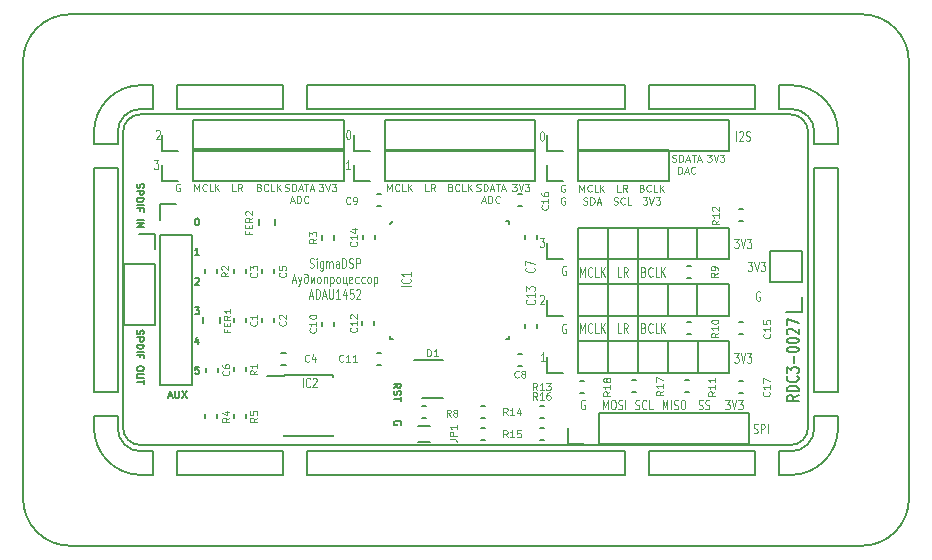
<source format=gbr>
G04 #@! TF.GenerationSoftware,KiCad,Pcbnew,(5.1.2)-2*
G04 #@! TF.CreationDate,2019-08-19T13:15:05+03:00*
G04 #@! TF.ProjectId,SigmaDSP ADAU1452,5369676d-6144-4535-9020-414441553134,rev?*
G04 #@! TF.SameCoordinates,Original*
G04 #@! TF.FileFunction,Legend,Top*
G04 #@! TF.FilePolarity,Positive*
%FSLAX46Y46*%
G04 Gerber Fmt 4.6, Leading zero omitted, Abs format (unit mm)*
G04 Created by KiCad (PCBNEW (5.1.2)-2) date 2019-08-19 13:15:05*
%MOMM*%
%LPD*%
G04 APERTURE LIST*
%ADD10C,0.110000*%
%ADD11C,0.150000*%
G04 APERTURE END LIST*
D10*
X191407142Y-169371428D02*
X191778571Y-169371428D01*
X191578571Y-169600000D01*
X191664285Y-169600000D01*
X191721428Y-169628571D01*
X191750000Y-169657142D01*
X191778571Y-169714285D01*
X191778571Y-169857142D01*
X191750000Y-169914285D01*
X191721428Y-169942857D01*
X191664285Y-169971428D01*
X191492857Y-169971428D01*
X191435714Y-169942857D01*
X191407142Y-169914285D01*
X191950000Y-169371428D02*
X192150000Y-169971428D01*
X192350000Y-169371428D01*
X192492857Y-169371428D02*
X192864285Y-169371428D01*
X192664285Y-169600000D01*
X192750000Y-169600000D01*
X192807142Y-169628571D01*
X192835714Y-169657142D01*
X192864285Y-169714285D01*
X192864285Y-169857142D01*
X192835714Y-169914285D01*
X192807142Y-169942857D01*
X192750000Y-169971428D01*
X192578571Y-169971428D01*
X192521428Y-169942857D01*
X192492857Y-169914285D01*
D11*
X181960800Y-189742742D02*
X181989371Y-189685600D01*
X181989371Y-189599885D01*
X181960800Y-189514171D01*
X181903657Y-189457028D01*
X181846514Y-189428457D01*
X181732228Y-189399885D01*
X181646514Y-189399885D01*
X181532228Y-189428457D01*
X181475085Y-189457028D01*
X181417942Y-189514171D01*
X181389371Y-189599885D01*
X181389371Y-189657028D01*
X181417942Y-189742742D01*
X181446514Y-189771314D01*
X181646514Y-189771314D01*
X181646514Y-189657028D01*
X181363971Y-186628128D02*
X181649685Y-186428128D01*
X181363971Y-186285271D02*
X181963971Y-186285271D01*
X181963971Y-186513842D01*
X181935400Y-186570985D01*
X181906828Y-186599557D01*
X181849685Y-186628128D01*
X181763971Y-186628128D01*
X181706828Y-186599557D01*
X181678257Y-186570985D01*
X181649685Y-186513842D01*
X181649685Y-186285271D01*
X181392542Y-186856700D02*
X181363971Y-186942414D01*
X181363971Y-187085271D01*
X181392542Y-187142414D01*
X181421114Y-187170985D01*
X181478257Y-187199557D01*
X181535400Y-187199557D01*
X181592542Y-187170985D01*
X181621114Y-187142414D01*
X181649685Y-187085271D01*
X181678257Y-186970985D01*
X181706828Y-186913842D01*
X181735400Y-186885271D01*
X181792542Y-186856700D01*
X181849685Y-186856700D01*
X181906828Y-186885271D01*
X181935400Y-186913842D01*
X181963971Y-186970985D01*
X181963971Y-187113842D01*
X181935400Y-187199557D01*
X181963971Y-187370985D02*
X181963971Y-187713842D01*
X181363971Y-187542414D02*
X181963971Y-187542414D01*
X215652380Y-187252380D02*
X215176190Y-187519047D01*
X215652380Y-187709523D02*
X214652380Y-187709523D01*
X214652380Y-187404761D01*
X214700000Y-187328571D01*
X214747619Y-187290476D01*
X214842857Y-187252380D01*
X214985714Y-187252380D01*
X215080952Y-187290476D01*
X215128571Y-187328571D01*
X215176190Y-187404761D01*
X215176190Y-187709523D01*
X215652380Y-186909523D02*
X214652380Y-186909523D01*
X214652380Y-186719047D01*
X214700000Y-186604761D01*
X214795238Y-186528571D01*
X214890476Y-186490476D01*
X215080952Y-186452380D01*
X215223809Y-186452380D01*
X215414285Y-186490476D01*
X215509523Y-186528571D01*
X215604761Y-186604761D01*
X215652380Y-186719047D01*
X215652380Y-186909523D01*
X215557142Y-185652380D02*
X215604761Y-185690476D01*
X215652380Y-185804761D01*
X215652380Y-185880952D01*
X215604761Y-185995238D01*
X215509523Y-186071428D01*
X215414285Y-186109523D01*
X215223809Y-186147619D01*
X215080952Y-186147619D01*
X214890476Y-186109523D01*
X214795238Y-186071428D01*
X214700000Y-185995238D01*
X214652380Y-185880952D01*
X214652380Y-185804761D01*
X214700000Y-185690476D01*
X214747619Y-185652380D01*
X214652380Y-185385714D02*
X214652380Y-184890476D01*
X215033333Y-185157142D01*
X215033333Y-185042857D01*
X215080952Y-184966666D01*
X215128571Y-184928571D01*
X215223809Y-184890476D01*
X215461904Y-184890476D01*
X215557142Y-184928571D01*
X215604761Y-184966666D01*
X215652380Y-185042857D01*
X215652380Y-185271428D01*
X215604761Y-185347619D01*
X215557142Y-185385714D01*
X215271428Y-184547619D02*
X215271428Y-183938095D01*
X214652380Y-183404761D02*
X214652380Y-183328571D01*
X214700000Y-183252380D01*
X214747619Y-183214285D01*
X214842857Y-183176190D01*
X215033333Y-183138095D01*
X215271428Y-183138095D01*
X215461904Y-183176190D01*
X215557142Y-183214285D01*
X215604761Y-183252380D01*
X215652380Y-183328571D01*
X215652380Y-183404761D01*
X215604761Y-183480952D01*
X215557142Y-183519047D01*
X215461904Y-183557142D01*
X215271428Y-183595238D01*
X215033333Y-183595238D01*
X214842857Y-183557142D01*
X214747619Y-183519047D01*
X214700000Y-183480952D01*
X214652380Y-183404761D01*
X214652380Y-182642857D02*
X214652380Y-182566666D01*
X214700000Y-182490476D01*
X214747619Y-182452380D01*
X214842857Y-182414285D01*
X215033333Y-182376190D01*
X215271428Y-182376190D01*
X215461904Y-182414285D01*
X215557142Y-182452380D01*
X215604761Y-182490476D01*
X215652380Y-182566666D01*
X215652380Y-182642857D01*
X215604761Y-182719047D01*
X215557142Y-182757142D01*
X215461904Y-182795238D01*
X215271428Y-182833333D01*
X215033333Y-182833333D01*
X214842857Y-182795238D01*
X214747619Y-182757142D01*
X214700000Y-182719047D01*
X214652380Y-182642857D01*
X214747619Y-182071428D02*
X214700000Y-182033333D01*
X214652380Y-181957142D01*
X214652380Y-181766666D01*
X214700000Y-181690476D01*
X214747619Y-181652380D01*
X214842857Y-181614285D01*
X214938095Y-181614285D01*
X215080952Y-181652380D01*
X215652380Y-182109523D01*
X215652380Y-181614285D01*
X214652380Y-181347619D02*
X214652380Y-180814285D01*
X215652380Y-181157142D01*
D10*
X193900428Y-164915904D02*
X193957571Y-164915904D01*
X194014714Y-164954000D01*
X194043285Y-164992095D01*
X194071857Y-165068285D01*
X194100428Y-165220666D01*
X194100428Y-165411142D01*
X194071857Y-165563523D01*
X194043285Y-165639714D01*
X194014714Y-165677809D01*
X193957571Y-165715904D01*
X193900428Y-165715904D01*
X193843285Y-165677809D01*
X193814714Y-165639714D01*
X193786142Y-165563523D01*
X193757571Y-165411142D01*
X193757571Y-165220666D01*
X193786142Y-165068285D01*
X193814714Y-164992095D01*
X193843285Y-164954000D01*
X193900428Y-164915904D01*
X194227428Y-184384904D02*
X193884571Y-184384904D01*
X194056000Y-184384904D02*
X194056000Y-183584904D01*
X193998857Y-183699190D01*
X193941714Y-183775380D01*
X193884571Y-183813476D01*
X193757571Y-178835095D02*
X193786142Y-178797000D01*
X193843285Y-178758904D01*
X193986142Y-178758904D01*
X194043285Y-178797000D01*
X194071857Y-178835095D01*
X194100428Y-178911285D01*
X194100428Y-178987476D01*
X194071857Y-179101761D01*
X193729000Y-179558904D01*
X194100428Y-179558904D01*
X193729000Y-173932904D02*
X194100428Y-173932904D01*
X193900428Y-174237666D01*
X193986142Y-174237666D01*
X194043285Y-174275761D01*
X194071857Y-174313857D01*
X194100428Y-174390047D01*
X194100428Y-174580523D01*
X194071857Y-174656714D01*
X194043285Y-174694809D01*
X193986142Y-174732904D01*
X193814714Y-174732904D01*
X193757571Y-174694809D01*
X193729000Y-174656714D01*
X177717428Y-168128904D02*
X177374571Y-168128904D01*
X177546000Y-168128904D02*
X177546000Y-167328904D01*
X177488857Y-167443190D01*
X177431714Y-167519380D01*
X177374571Y-167557476D01*
X177517428Y-164788904D02*
X177574571Y-164788904D01*
X177631714Y-164827000D01*
X177660285Y-164865095D01*
X177688857Y-164941285D01*
X177717428Y-165093666D01*
X177717428Y-165284142D01*
X177688857Y-165436523D01*
X177660285Y-165512714D01*
X177631714Y-165550809D01*
X177574571Y-165588904D01*
X177517428Y-165588904D01*
X177460285Y-165550809D01*
X177431714Y-165512714D01*
X177403142Y-165436523D01*
X177374571Y-165284142D01*
X177374571Y-165093666D01*
X177403142Y-164941285D01*
X177431714Y-164865095D01*
X177460285Y-164827000D01*
X177517428Y-164788904D01*
X161090000Y-167328904D02*
X161461428Y-167328904D01*
X161261428Y-167633666D01*
X161347142Y-167633666D01*
X161404285Y-167671761D01*
X161432857Y-167709857D01*
X161461428Y-167786047D01*
X161461428Y-167976523D01*
X161432857Y-168052714D01*
X161404285Y-168090809D01*
X161347142Y-168128904D01*
X161175714Y-168128904D01*
X161118571Y-168090809D01*
X161090000Y-168052714D01*
X161245571Y-164865095D02*
X161274142Y-164827000D01*
X161331285Y-164788904D01*
X161474142Y-164788904D01*
X161531285Y-164827000D01*
X161559857Y-164865095D01*
X161588428Y-164941285D01*
X161588428Y-165017476D01*
X161559857Y-165131761D01*
X161217000Y-165588904D01*
X161588428Y-165588904D01*
X180821142Y-169971428D02*
X180821142Y-169371428D01*
X181021142Y-169800000D01*
X181221142Y-169371428D01*
X181221142Y-169971428D01*
X181849714Y-169914285D02*
X181821142Y-169942857D01*
X181735428Y-169971428D01*
X181678285Y-169971428D01*
X181592571Y-169942857D01*
X181535428Y-169885714D01*
X181506857Y-169828571D01*
X181478285Y-169714285D01*
X181478285Y-169628571D01*
X181506857Y-169514285D01*
X181535428Y-169457142D01*
X181592571Y-169400000D01*
X181678285Y-169371428D01*
X181735428Y-169371428D01*
X181821142Y-169400000D01*
X181849714Y-169428571D01*
X182392571Y-169971428D02*
X182106857Y-169971428D01*
X182106857Y-169371428D01*
X182592571Y-169971428D02*
X182592571Y-169371428D01*
X182935428Y-169971428D02*
X182678285Y-169628571D01*
X182935428Y-169371428D02*
X182592571Y-169714285D01*
X188385714Y-169942857D02*
X188471428Y-169971428D01*
X188614285Y-169971428D01*
X188671428Y-169942857D01*
X188700000Y-169914285D01*
X188728571Y-169857142D01*
X188728571Y-169800000D01*
X188700000Y-169742857D01*
X188671428Y-169714285D01*
X188614285Y-169685714D01*
X188500000Y-169657142D01*
X188442857Y-169628571D01*
X188414285Y-169600000D01*
X188385714Y-169542857D01*
X188385714Y-169485714D01*
X188414285Y-169428571D01*
X188442857Y-169400000D01*
X188500000Y-169371428D01*
X188642857Y-169371428D01*
X188728571Y-169400000D01*
X188985714Y-169971428D02*
X188985714Y-169371428D01*
X189128571Y-169371428D01*
X189214285Y-169400000D01*
X189271428Y-169457142D01*
X189300000Y-169514285D01*
X189328571Y-169628571D01*
X189328571Y-169714285D01*
X189300000Y-169828571D01*
X189271428Y-169885714D01*
X189214285Y-169942857D01*
X189128571Y-169971428D01*
X188985714Y-169971428D01*
X189557142Y-169800000D02*
X189842857Y-169800000D01*
X189500000Y-169971428D02*
X189700000Y-169371428D01*
X189900000Y-169971428D01*
X190014285Y-169371428D02*
X190357142Y-169371428D01*
X190185714Y-169971428D02*
X190185714Y-169371428D01*
X190528571Y-169800000D02*
X190814285Y-169800000D01*
X190471428Y-169971428D02*
X190671428Y-169371428D01*
X190871428Y-169971428D01*
X188857142Y-170810000D02*
X189142857Y-170810000D01*
X188800000Y-170981428D02*
X189000000Y-170381428D01*
X189200000Y-170981428D01*
X189400000Y-170981428D02*
X189400000Y-170381428D01*
X189542857Y-170381428D01*
X189628571Y-170410000D01*
X189685714Y-170467142D01*
X189714285Y-170524285D01*
X189742857Y-170638571D01*
X189742857Y-170724285D01*
X189714285Y-170838571D01*
X189685714Y-170895714D01*
X189628571Y-170952857D01*
X189542857Y-170981428D01*
X189400000Y-170981428D01*
X190342857Y-170924285D02*
X190314285Y-170952857D01*
X190228571Y-170981428D01*
X190171428Y-170981428D01*
X190085714Y-170952857D01*
X190028571Y-170895714D01*
X190000000Y-170838571D01*
X189971428Y-170724285D01*
X189971428Y-170638571D01*
X190000000Y-170524285D01*
X190028571Y-170467142D01*
X190085714Y-170410000D01*
X190171428Y-170381428D01*
X190228571Y-170381428D01*
X190314285Y-170410000D01*
X190342857Y-170438571D01*
X211856714Y-190442809D02*
X211942428Y-190480904D01*
X212085285Y-190480904D01*
X212142428Y-190442809D01*
X212171000Y-190404714D01*
X212199571Y-190328523D01*
X212199571Y-190252333D01*
X212171000Y-190176142D01*
X212142428Y-190138047D01*
X212085285Y-190099952D01*
X211971000Y-190061857D01*
X211913857Y-190023761D01*
X211885285Y-189985666D01*
X211856714Y-189909476D01*
X211856714Y-189833285D01*
X211885285Y-189757095D01*
X211913857Y-189719000D01*
X211971000Y-189680904D01*
X212113857Y-189680904D01*
X212199571Y-189719000D01*
X212456714Y-190480904D02*
X212456714Y-189680904D01*
X212685285Y-189680904D01*
X212742428Y-189719000D01*
X212771000Y-189757095D01*
X212799571Y-189833285D01*
X212799571Y-189947571D01*
X212771000Y-190023761D01*
X212742428Y-190061857D01*
X212685285Y-190099952D01*
X212456714Y-190099952D01*
X213056714Y-190480904D02*
X213056714Y-189680904D01*
X210375571Y-165715904D02*
X210375571Y-164915904D01*
X210632714Y-164992095D02*
X210661285Y-164954000D01*
X210718428Y-164915904D01*
X210861285Y-164915904D01*
X210918428Y-164954000D01*
X210947000Y-164992095D01*
X210975571Y-165068285D01*
X210975571Y-165144476D01*
X210947000Y-165258761D01*
X210604142Y-165715904D01*
X210975571Y-165715904D01*
X211204142Y-165677809D02*
X211289857Y-165715904D01*
X211432714Y-165715904D01*
X211489857Y-165677809D01*
X211518428Y-165639714D01*
X211547000Y-165563523D01*
X211547000Y-165487333D01*
X211518428Y-165411142D01*
X211489857Y-165373047D01*
X211432714Y-165334952D01*
X211318428Y-165296857D01*
X211261285Y-165258761D01*
X211232714Y-165220666D01*
X211204142Y-165144476D01*
X211204142Y-165068285D01*
X211232714Y-164992095D01*
X211261285Y-164954000D01*
X211318428Y-164915904D01*
X211461285Y-164915904D01*
X211547000Y-164954000D01*
X212374142Y-178500000D02*
X212317000Y-178461904D01*
X212231285Y-178461904D01*
X212145571Y-178500000D01*
X212088428Y-178576190D01*
X212059857Y-178652380D01*
X212031285Y-178804761D01*
X212031285Y-178919047D01*
X212059857Y-179071428D01*
X212088428Y-179147619D01*
X212145571Y-179223809D01*
X212231285Y-179261904D01*
X212288428Y-179261904D01*
X212374142Y-179223809D01*
X212402714Y-179185714D01*
X212402714Y-178919047D01*
X212288428Y-178919047D01*
X211357142Y-175961904D02*
X211728571Y-175961904D01*
X211528571Y-176266666D01*
X211614285Y-176266666D01*
X211671428Y-176304761D01*
X211700000Y-176342857D01*
X211728571Y-176419047D01*
X211728571Y-176609523D01*
X211700000Y-176685714D01*
X211671428Y-176723809D01*
X211614285Y-176761904D01*
X211442857Y-176761904D01*
X211385714Y-176723809D01*
X211357142Y-176685714D01*
X211900000Y-175961904D02*
X212100000Y-176761904D01*
X212300000Y-175961904D01*
X212442857Y-175961904D02*
X212814285Y-175961904D01*
X212614285Y-176266666D01*
X212700000Y-176266666D01*
X212757142Y-176304761D01*
X212785714Y-176342857D01*
X212814285Y-176419047D01*
X212814285Y-176609523D01*
X212785714Y-176685714D01*
X212757142Y-176723809D01*
X212700000Y-176761904D01*
X212528571Y-176761904D01*
X212471428Y-176723809D01*
X212442857Y-176685714D01*
D11*
X159650142Y-169338857D02*
X159621571Y-169424571D01*
X159621571Y-169567428D01*
X159650142Y-169624571D01*
X159678714Y-169653142D01*
X159735857Y-169681714D01*
X159793000Y-169681714D01*
X159850142Y-169653142D01*
X159878714Y-169624571D01*
X159907285Y-169567428D01*
X159935857Y-169453142D01*
X159964428Y-169396000D01*
X159993000Y-169367428D01*
X160050142Y-169338857D01*
X160107285Y-169338857D01*
X160164428Y-169367428D01*
X160193000Y-169396000D01*
X160221571Y-169453142D01*
X160221571Y-169596000D01*
X160193000Y-169681714D01*
X159621571Y-169938857D02*
X160221571Y-169938857D01*
X160221571Y-170167428D01*
X160193000Y-170224571D01*
X160164428Y-170253142D01*
X160107285Y-170281714D01*
X160021571Y-170281714D01*
X159964428Y-170253142D01*
X159935857Y-170224571D01*
X159907285Y-170167428D01*
X159907285Y-169938857D01*
X159621571Y-170538857D02*
X160221571Y-170538857D01*
X160221571Y-170681714D01*
X160193000Y-170767428D01*
X160135857Y-170824571D01*
X160078714Y-170853142D01*
X159964428Y-170881714D01*
X159878714Y-170881714D01*
X159764428Y-170853142D01*
X159707285Y-170824571D01*
X159650142Y-170767428D01*
X159621571Y-170681714D01*
X159621571Y-170538857D01*
X159621571Y-171138857D02*
X160221571Y-171138857D01*
X159935857Y-171624571D02*
X159935857Y-171424571D01*
X159621571Y-171424571D02*
X160221571Y-171424571D01*
X160221571Y-171710285D01*
X159621571Y-172396000D02*
X160221571Y-172396000D01*
X159621571Y-172681714D02*
X160221571Y-172681714D01*
X159621571Y-173024571D01*
X160221571Y-173024571D01*
X159650142Y-181765857D02*
X159621571Y-181851571D01*
X159621571Y-181994428D01*
X159650142Y-182051571D01*
X159678714Y-182080142D01*
X159735857Y-182108714D01*
X159793000Y-182108714D01*
X159850142Y-182080142D01*
X159878714Y-182051571D01*
X159907285Y-181994428D01*
X159935857Y-181880142D01*
X159964428Y-181823000D01*
X159993000Y-181794428D01*
X160050142Y-181765857D01*
X160107285Y-181765857D01*
X160164428Y-181794428D01*
X160193000Y-181823000D01*
X160221571Y-181880142D01*
X160221571Y-182023000D01*
X160193000Y-182108714D01*
X159621571Y-182365857D02*
X160221571Y-182365857D01*
X160221571Y-182594428D01*
X160193000Y-182651571D01*
X160164428Y-182680142D01*
X160107285Y-182708714D01*
X160021571Y-182708714D01*
X159964428Y-182680142D01*
X159935857Y-182651571D01*
X159907285Y-182594428D01*
X159907285Y-182365857D01*
X159621571Y-182965857D02*
X160221571Y-182965857D01*
X160221571Y-183108714D01*
X160193000Y-183194428D01*
X160135857Y-183251571D01*
X160078714Y-183280142D01*
X159964428Y-183308714D01*
X159878714Y-183308714D01*
X159764428Y-183280142D01*
X159707285Y-183251571D01*
X159650142Y-183194428D01*
X159621571Y-183108714D01*
X159621571Y-182965857D01*
X159621571Y-183565857D02*
X160221571Y-183565857D01*
X159935857Y-184051571D02*
X159935857Y-183851571D01*
X159621571Y-183851571D02*
X160221571Y-183851571D01*
X160221571Y-184137285D01*
X160221571Y-184937285D02*
X160221571Y-185051571D01*
X160193000Y-185108714D01*
X160135857Y-185165857D01*
X160021571Y-185194428D01*
X159821571Y-185194428D01*
X159707285Y-185165857D01*
X159650142Y-185108714D01*
X159621571Y-185051571D01*
X159621571Y-184937285D01*
X159650142Y-184880142D01*
X159707285Y-184823000D01*
X159821571Y-184794428D01*
X160021571Y-184794428D01*
X160135857Y-184823000D01*
X160193000Y-184880142D01*
X160221571Y-184937285D01*
X160221571Y-185451571D02*
X159735857Y-185451571D01*
X159678714Y-185480142D01*
X159650142Y-185508714D01*
X159621571Y-185565857D01*
X159621571Y-185680142D01*
X159650142Y-185737285D01*
X159678714Y-185765857D01*
X159735857Y-185794428D01*
X160221571Y-185794428D01*
X160221571Y-185994428D02*
X160221571Y-186337285D01*
X159621571Y-186165857D02*
X160221571Y-186165857D01*
X162325142Y-187298000D02*
X162610857Y-187298000D01*
X162268000Y-187469428D02*
X162468000Y-186869428D01*
X162668000Y-187469428D01*
X162868000Y-186869428D02*
X162868000Y-187355142D01*
X162896571Y-187412285D01*
X162925142Y-187440857D01*
X162982285Y-187469428D01*
X163096571Y-187469428D01*
X163153714Y-187440857D01*
X163182285Y-187412285D01*
X163210857Y-187355142D01*
X163210857Y-186869428D01*
X163439428Y-186869428D02*
X163839428Y-187469428D01*
X163839428Y-186869428D02*
X163439428Y-187469428D01*
X164861857Y-184837428D02*
X164576142Y-184837428D01*
X164547571Y-185123142D01*
X164576142Y-185094571D01*
X164633285Y-185066000D01*
X164776142Y-185066000D01*
X164833285Y-185094571D01*
X164861857Y-185123142D01*
X164890428Y-185180285D01*
X164890428Y-185323142D01*
X164861857Y-185380285D01*
X164833285Y-185408857D01*
X164776142Y-185437428D01*
X164633285Y-185437428D01*
X164576142Y-185408857D01*
X164547571Y-185380285D01*
X164833285Y-182522828D02*
X164833285Y-182922828D01*
X164690428Y-182294257D02*
X164547571Y-182722828D01*
X164919000Y-182722828D01*
X164519000Y-179808228D02*
X164890428Y-179808228D01*
X164690428Y-180036800D01*
X164776142Y-180036800D01*
X164833285Y-180065371D01*
X164861857Y-180093942D01*
X164890428Y-180151085D01*
X164890428Y-180293942D01*
X164861857Y-180351085D01*
X164833285Y-180379657D01*
X164776142Y-180408228D01*
X164604714Y-180408228D01*
X164547571Y-180379657D01*
X164519000Y-180351085D01*
X164547571Y-177350771D02*
X164576142Y-177322200D01*
X164633285Y-177293628D01*
X164776142Y-177293628D01*
X164833285Y-177322200D01*
X164861857Y-177350771D01*
X164890428Y-177407914D01*
X164890428Y-177465057D01*
X164861857Y-177550771D01*
X164519000Y-177893628D01*
X164890428Y-177893628D01*
X164890428Y-175379028D02*
X164547571Y-175379028D01*
X164719000Y-175379028D02*
X164719000Y-174779028D01*
X164661857Y-174864742D01*
X164604714Y-174921885D01*
X164547571Y-174950457D01*
X164690428Y-172264428D02*
X164747571Y-172264428D01*
X164804714Y-172293000D01*
X164833285Y-172321571D01*
X164861857Y-172378714D01*
X164890428Y-172493000D01*
X164890428Y-172635857D01*
X164861857Y-172750142D01*
X164833285Y-172807285D01*
X164804714Y-172835857D01*
X164747571Y-172864428D01*
X164690428Y-172864428D01*
X164633285Y-172835857D01*
X164604714Y-172807285D01*
X164576142Y-172750142D01*
X164547571Y-172635857D01*
X164547571Y-172493000D01*
X164576142Y-172378714D01*
X164604714Y-172321571D01*
X164633285Y-172293000D01*
X164690428Y-172264428D01*
X215000000Y-163000000D02*
G75*
G02X217000000Y-165000000I0J-2000000D01*
G01*
X158000000Y-165000000D02*
G75*
G02X160000000Y-163000000I2000000J0D01*
G01*
X217000000Y-190000000D02*
G75*
G02X215000000Y-192000000I-2000000J0D01*
G01*
X160000000Y-192000000D02*
G75*
G02X158000000Y-190000000I0J2000000D01*
G01*
X163000000Y-192000000D02*
X172000000Y-192000000D01*
X172000000Y-192000000D02*
X172000000Y-194000000D01*
X172000000Y-194000000D02*
X163000000Y-194000000D01*
X163000000Y-194000000D02*
X163000000Y-192000000D01*
X174000000Y-192000000D02*
X174000000Y-194000000D01*
X174000000Y-194000000D02*
X201000000Y-194000000D01*
X201000000Y-194000000D02*
X201000000Y-192000000D01*
X201000000Y-192000000D02*
X174000000Y-192000000D01*
X203000000Y-192000000D02*
X203000000Y-194000000D01*
X203000000Y-194000000D02*
X211000000Y-194000000D01*
X211000000Y-192000000D02*
X203000000Y-192000000D01*
X160000000Y-192000000D02*
X161000000Y-192000000D01*
X161000000Y-192000000D02*
X161000000Y-194000000D01*
X161000000Y-194000000D02*
X160000000Y-194000000D01*
X158000000Y-190000000D02*
X158000000Y-189000000D01*
X158000000Y-189000000D02*
X156000000Y-189000000D01*
X156000000Y-189000000D02*
X156000000Y-190000000D01*
X160000000Y-194000000D02*
G75*
G02X156000000Y-190000000I0J4000000D01*
G01*
X160000000Y-163000000D02*
X161000000Y-163000000D01*
X161000000Y-163000000D02*
X161000000Y-161000000D01*
X161000000Y-161000000D02*
X160000000Y-161000000D01*
X158000000Y-165000000D02*
X158000000Y-166000000D01*
X158000000Y-166000000D02*
X156000000Y-166000000D01*
X156000000Y-166000000D02*
X156000000Y-165000000D01*
X156000000Y-165000000D02*
G75*
G02X160000000Y-161000000I4000000J0D01*
G01*
X215000000Y-163000000D02*
X214000000Y-163000000D01*
X214000000Y-163000000D02*
X214000000Y-161000000D01*
X214000000Y-161000000D02*
X215000000Y-161000000D01*
X217000000Y-165000000D02*
X217000000Y-166000000D01*
X217000000Y-166000000D02*
X219000000Y-166000000D01*
X219000000Y-166000000D02*
X219000000Y-165000000D01*
X215000000Y-161000000D02*
G75*
G02X219000000Y-165000000I0J-4000000D01*
G01*
X217000000Y-190000000D02*
X217000000Y-189000000D01*
X217000000Y-189000000D02*
X219000000Y-189000000D01*
X219000000Y-189000000D02*
X219000000Y-190000000D01*
X215000000Y-192000000D02*
X214000000Y-192000000D01*
X214000000Y-192000000D02*
X214000000Y-194000000D01*
X219000000Y-190000000D02*
G75*
G02X215000000Y-194000000I-4000000J0D01*
G01*
X214000000Y-194000000D02*
X215000000Y-194000000D01*
X158000000Y-187000000D02*
X156000000Y-187000000D01*
X156000000Y-187000000D02*
X156000000Y-168000000D01*
X156000000Y-168000000D02*
X158000000Y-168000000D01*
X158000000Y-168000000D02*
X158000000Y-187000000D01*
X217000000Y-187000000D02*
X219000000Y-187000000D01*
X219000000Y-187000000D02*
X219000000Y-168000000D01*
X219000000Y-168000000D02*
X217000000Y-168000000D01*
X217000000Y-168000000D02*
X217000000Y-187000000D01*
X163000000Y-163000000D02*
X163000000Y-161000000D01*
X163000000Y-161000000D02*
X172000000Y-161000000D01*
X172000000Y-161000000D02*
X172000000Y-163000000D01*
X172000000Y-163000000D02*
X163000000Y-163000000D01*
X212000000Y-163000000D02*
X203000000Y-163000000D01*
X203000000Y-163000000D02*
X203000000Y-161000000D01*
X203000000Y-161000000D02*
X212000000Y-161000000D01*
X212000000Y-161000000D02*
X212000000Y-163000000D01*
X174000000Y-163000000D02*
X174000000Y-161000000D01*
X174000000Y-161000000D02*
X201000000Y-161000000D01*
X201000000Y-161000000D02*
X201000000Y-163000000D01*
X201000000Y-163000000D02*
X174000000Y-163000000D01*
X150000000Y-159000000D02*
G75*
G02X154000000Y-155000000I4000000J0D01*
G01*
X221000000Y-155000000D02*
G75*
G02X225000000Y-159000000I0J-4000000D01*
G01*
X225000000Y-196000000D02*
G75*
G02X221000000Y-200000000I-4000000J0D01*
G01*
X154000000Y-200000000D02*
G75*
G02X150000000Y-196000000I0J4000000D01*
G01*
X154000000Y-200000000D02*
X221000000Y-200000000D01*
X225000000Y-196000000D02*
X225000000Y-159000000D01*
X221000000Y-155000000D02*
X154000000Y-155000000D01*
X150000000Y-159000000D02*
X150000000Y-196000000D01*
X211000000Y-192000000D02*
X212000000Y-192000000D01*
X212000000Y-192000000D02*
X212000000Y-194000000D01*
X212000000Y-194000000D02*
X211000000Y-194000000D01*
D10*
X209457142Y-187661904D02*
X209828571Y-187661904D01*
X209628571Y-187966666D01*
X209714285Y-187966666D01*
X209771428Y-188004761D01*
X209800000Y-188042857D01*
X209828571Y-188119047D01*
X209828571Y-188309523D01*
X209800000Y-188385714D01*
X209771428Y-188423809D01*
X209714285Y-188461904D01*
X209542857Y-188461904D01*
X209485714Y-188423809D01*
X209457142Y-188385714D01*
X210000000Y-187661904D02*
X210200000Y-188461904D01*
X210400000Y-187661904D01*
X210542857Y-187661904D02*
X210914285Y-187661904D01*
X210714285Y-187966666D01*
X210800000Y-187966666D01*
X210857142Y-188004761D01*
X210885714Y-188042857D01*
X210914285Y-188119047D01*
X210914285Y-188309523D01*
X210885714Y-188385714D01*
X210857142Y-188423809D01*
X210800000Y-188461904D01*
X210628571Y-188461904D01*
X210571428Y-188423809D01*
X210542857Y-188385714D01*
X207192857Y-188423809D02*
X207278571Y-188461904D01*
X207421428Y-188461904D01*
X207478571Y-188423809D01*
X207507142Y-188385714D01*
X207535714Y-188309523D01*
X207535714Y-188233333D01*
X207507142Y-188157142D01*
X207478571Y-188119047D01*
X207421428Y-188080952D01*
X207307142Y-188042857D01*
X207250000Y-188004761D01*
X207221428Y-187966666D01*
X207192857Y-187890476D01*
X207192857Y-187814285D01*
X207221428Y-187738095D01*
X207250000Y-187700000D01*
X207307142Y-187661904D01*
X207450000Y-187661904D01*
X207535714Y-187700000D01*
X207764285Y-188423809D02*
X207850000Y-188461904D01*
X207992857Y-188461904D01*
X208050000Y-188423809D01*
X208078571Y-188385714D01*
X208107142Y-188309523D01*
X208107142Y-188233333D01*
X208078571Y-188157142D01*
X208050000Y-188119047D01*
X207992857Y-188080952D01*
X207878571Y-188042857D01*
X207821428Y-188004761D01*
X207792857Y-187966666D01*
X207764285Y-187890476D01*
X207764285Y-187814285D01*
X207792857Y-187738095D01*
X207821428Y-187700000D01*
X207878571Y-187661904D01*
X208021428Y-187661904D01*
X208107142Y-187700000D01*
X204157142Y-188461904D02*
X204157142Y-187661904D01*
X204357142Y-188233333D01*
X204557142Y-187661904D01*
X204557142Y-188461904D01*
X204842857Y-188461904D02*
X204842857Y-187661904D01*
X205100000Y-188423809D02*
X205185714Y-188461904D01*
X205328571Y-188461904D01*
X205385714Y-188423809D01*
X205414285Y-188385714D01*
X205442857Y-188309523D01*
X205442857Y-188233333D01*
X205414285Y-188157142D01*
X205385714Y-188119047D01*
X205328571Y-188080952D01*
X205214285Y-188042857D01*
X205157142Y-188004761D01*
X205128571Y-187966666D01*
X205100000Y-187890476D01*
X205100000Y-187814285D01*
X205128571Y-187738095D01*
X205157142Y-187700000D01*
X205214285Y-187661904D01*
X205357142Y-187661904D01*
X205442857Y-187700000D01*
X205814285Y-187661904D02*
X205928571Y-187661904D01*
X205985714Y-187700000D01*
X206042857Y-187776190D01*
X206071428Y-187928571D01*
X206071428Y-188195238D01*
X206042857Y-188347619D01*
X205985714Y-188423809D01*
X205928571Y-188461904D01*
X205814285Y-188461904D01*
X205757142Y-188423809D01*
X205700000Y-188347619D01*
X205671428Y-188195238D01*
X205671428Y-187928571D01*
X205700000Y-187776190D01*
X205757142Y-187700000D01*
X205814285Y-187661904D01*
X201835714Y-188423809D02*
X201921428Y-188461904D01*
X202064285Y-188461904D01*
X202121428Y-188423809D01*
X202150000Y-188385714D01*
X202178571Y-188309523D01*
X202178571Y-188233333D01*
X202150000Y-188157142D01*
X202121428Y-188119047D01*
X202064285Y-188080952D01*
X201950000Y-188042857D01*
X201892857Y-188004761D01*
X201864285Y-187966666D01*
X201835714Y-187890476D01*
X201835714Y-187814285D01*
X201864285Y-187738095D01*
X201892857Y-187700000D01*
X201950000Y-187661904D01*
X202092857Y-187661904D01*
X202178571Y-187700000D01*
X202778571Y-188385714D02*
X202750000Y-188423809D01*
X202664285Y-188461904D01*
X202607142Y-188461904D01*
X202521428Y-188423809D01*
X202464285Y-188347619D01*
X202435714Y-188271428D01*
X202407142Y-188119047D01*
X202407142Y-188004761D01*
X202435714Y-187852380D01*
X202464285Y-187776190D01*
X202521428Y-187700000D01*
X202607142Y-187661904D01*
X202664285Y-187661904D01*
X202750000Y-187700000D01*
X202778571Y-187738095D01*
X203321428Y-188461904D02*
X203035714Y-188461904D01*
X203035714Y-187661904D01*
X199107142Y-188461904D02*
X199107142Y-187661904D01*
X199307142Y-188233333D01*
X199507142Y-187661904D01*
X199507142Y-188461904D01*
X199907142Y-187661904D02*
X200021428Y-187661904D01*
X200078571Y-187700000D01*
X200135714Y-187776190D01*
X200164285Y-187928571D01*
X200164285Y-188195238D01*
X200135714Y-188347619D01*
X200078571Y-188423809D01*
X200021428Y-188461904D01*
X199907142Y-188461904D01*
X199850000Y-188423809D01*
X199792857Y-188347619D01*
X199764285Y-188195238D01*
X199764285Y-187928571D01*
X199792857Y-187776190D01*
X199850000Y-187700000D01*
X199907142Y-187661904D01*
X200392857Y-188423809D02*
X200478571Y-188461904D01*
X200621428Y-188461904D01*
X200678571Y-188423809D01*
X200707142Y-188385714D01*
X200735714Y-188309523D01*
X200735714Y-188233333D01*
X200707142Y-188157142D01*
X200678571Y-188119047D01*
X200621428Y-188080952D01*
X200507142Y-188042857D01*
X200450000Y-188004761D01*
X200421428Y-187966666D01*
X200392857Y-187890476D01*
X200392857Y-187814285D01*
X200421428Y-187738095D01*
X200450000Y-187700000D01*
X200507142Y-187661904D01*
X200650000Y-187661904D01*
X200735714Y-187700000D01*
X200992857Y-188461904D02*
X200992857Y-187661904D01*
X197557142Y-187700000D02*
X197500000Y-187661904D01*
X197414285Y-187661904D01*
X197328571Y-187700000D01*
X197271428Y-187776190D01*
X197242857Y-187852380D01*
X197214285Y-188004761D01*
X197214285Y-188119047D01*
X197242857Y-188271428D01*
X197271428Y-188347619D01*
X197328571Y-188423809D01*
X197414285Y-188461904D01*
X197471428Y-188461904D01*
X197557142Y-188423809D01*
X197585714Y-188385714D01*
X197585714Y-188119047D01*
X197471428Y-188119047D01*
X202550000Y-181542857D02*
X202635714Y-181580952D01*
X202664285Y-181619047D01*
X202692857Y-181695238D01*
X202692857Y-181809523D01*
X202664285Y-181885714D01*
X202635714Y-181923809D01*
X202578571Y-181961904D01*
X202350000Y-181961904D01*
X202350000Y-181161904D01*
X202550000Y-181161904D01*
X202607142Y-181200000D01*
X202635714Y-181238095D01*
X202664285Y-181314285D01*
X202664285Y-181390476D01*
X202635714Y-181466666D01*
X202607142Y-181504761D01*
X202550000Y-181542857D01*
X202350000Y-181542857D01*
X203292857Y-181885714D02*
X203264285Y-181923809D01*
X203178571Y-181961904D01*
X203121428Y-181961904D01*
X203035714Y-181923809D01*
X202978571Y-181847619D01*
X202950000Y-181771428D01*
X202921428Y-181619047D01*
X202921428Y-181504761D01*
X202950000Y-181352380D01*
X202978571Y-181276190D01*
X203035714Y-181200000D01*
X203121428Y-181161904D01*
X203178571Y-181161904D01*
X203264285Y-181200000D01*
X203292857Y-181238095D01*
X203835714Y-181961904D02*
X203550000Y-181961904D01*
X203550000Y-181161904D01*
X204035714Y-181961904D02*
X204035714Y-181161904D01*
X204378571Y-181961904D02*
X204121428Y-181504761D01*
X204378571Y-181161904D02*
X204035714Y-181619047D01*
X202550000Y-176792857D02*
X202635714Y-176830952D01*
X202664285Y-176869047D01*
X202692857Y-176945238D01*
X202692857Y-177059523D01*
X202664285Y-177135714D01*
X202635714Y-177173809D01*
X202578571Y-177211904D01*
X202350000Y-177211904D01*
X202350000Y-176411904D01*
X202550000Y-176411904D01*
X202607142Y-176450000D01*
X202635714Y-176488095D01*
X202664285Y-176564285D01*
X202664285Y-176640476D01*
X202635714Y-176716666D01*
X202607142Y-176754761D01*
X202550000Y-176792857D01*
X202350000Y-176792857D01*
X203292857Y-177135714D02*
X203264285Y-177173809D01*
X203178571Y-177211904D01*
X203121428Y-177211904D01*
X203035714Y-177173809D01*
X202978571Y-177097619D01*
X202950000Y-177021428D01*
X202921428Y-176869047D01*
X202921428Y-176754761D01*
X202950000Y-176602380D01*
X202978571Y-176526190D01*
X203035714Y-176450000D01*
X203121428Y-176411904D01*
X203178571Y-176411904D01*
X203264285Y-176450000D01*
X203292857Y-176488095D01*
X203835714Y-177211904D02*
X203550000Y-177211904D01*
X203550000Y-176411904D01*
X204035714Y-177211904D02*
X204035714Y-176411904D01*
X204378571Y-177211904D02*
X204121428Y-176754761D01*
X204378571Y-176411904D02*
X204035714Y-176869047D01*
D11*
X207150000Y-182650000D02*
X207150000Y-185250000D01*
X207100000Y-177850000D02*
X207100000Y-180500000D01*
X207100000Y-173100000D02*
X207100000Y-175700000D01*
X204600000Y-173100000D02*
X204600000Y-175750000D01*
X202050000Y-173100000D02*
X202050000Y-185250000D01*
X199500000Y-173100000D02*
X199500000Y-185300000D01*
X204600000Y-182700000D02*
X204600000Y-185300000D01*
X204600000Y-177900000D02*
X204600000Y-180500000D01*
X196970000Y-177870000D02*
X196970000Y-182670000D01*
X196970000Y-173070000D02*
X196970000Y-177870000D01*
D10*
X186200000Y-169657142D02*
X186285714Y-169685714D01*
X186314285Y-169714285D01*
X186342857Y-169771428D01*
X186342857Y-169857142D01*
X186314285Y-169914285D01*
X186285714Y-169942857D01*
X186228571Y-169971428D01*
X186000000Y-169971428D01*
X186000000Y-169371428D01*
X186200000Y-169371428D01*
X186257142Y-169400000D01*
X186285714Y-169428571D01*
X186314285Y-169485714D01*
X186314285Y-169542857D01*
X186285714Y-169600000D01*
X186257142Y-169628571D01*
X186200000Y-169657142D01*
X186000000Y-169657142D01*
X186942857Y-169914285D02*
X186914285Y-169942857D01*
X186828571Y-169971428D01*
X186771428Y-169971428D01*
X186685714Y-169942857D01*
X186628571Y-169885714D01*
X186600000Y-169828571D01*
X186571428Y-169714285D01*
X186571428Y-169628571D01*
X186600000Y-169514285D01*
X186628571Y-169457142D01*
X186685714Y-169400000D01*
X186771428Y-169371428D01*
X186828571Y-169371428D01*
X186914285Y-169400000D01*
X186942857Y-169428571D01*
X187485714Y-169971428D02*
X187200000Y-169971428D01*
X187200000Y-169371428D01*
X187685714Y-169971428D02*
X187685714Y-169371428D01*
X188028571Y-169971428D02*
X187771428Y-169628571D01*
X188028571Y-169371428D02*
X187685714Y-169714285D01*
X184335714Y-169971428D02*
X184050000Y-169971428D01*
X184050000Y-169371428D01*
X184878571Y-169971428D02*
X184678571Y-169685714D01*
X184535714Y-169971428D02*
X184535714Y-169371428D01*
X184764285Y-169371428D01*
X184821428Y-169400000D01*
X184850000Y-169428571D01*
X184878571Y-169485714D01*
X184878571Y-169571428D01*
X184850000Y-169628571D01*
X184821428Y-169657142D01*
X184764285Y-169685714D01*
X184535714Y-169685714D01*
X172185714Y-169942857D02*
X172271428Y-169971428D01*
X172414285Y-169971428D01*
X172471428Y-169942857D01*
X172500000Y-169914285D01*
X172528571Y-169857142D01*
X172528571Y-169800000D01*
X172500000Y-169742857D01*
X172471428Y-169714285D01*
X172414285Y-169685714D01*
X172300000Y-169657142D01*
X172242857Y-169628571D01*
X172214285Y-169600000D01*
X172185714Y-169542857D01*
X172185714Y-169485714D01*
X172214285Y-169428571D01*
X172242857Y-169400000D01*
X172300000Y-169371428D01*
X172442857Y-169371428D01*
X172528571Y-169400000D01*
X172785714Y-169971428D02*
X172785714Y-169371428D01*
X172928571Y-169371428D01*
X173014285Y-169400000D01*
X173071428Y-169457142D01*
X173100000Y-169514285D01*
X173128571Y-169628571D01*
X173128571Y-169714285D01*
X173100000Y-169828571D01*
X173071428Y-169885714D01*
X173014285Y-169942857D01*
X172928571Y-169971428D01*
X172785714Y-169971428D01*
X173357142Y-169800000D02*
X173642857Y-169800000D01*
X173300000Y-169971428D02*
X173500000Y-169371428D01*
X173700000Y-169971428D01*
X173814285Y-169371428D02*
X174157142Y-169371428D01*
X173985714Y-169971428D02*
X173985714Y-169371428D01*
X174328571Y-169800000D02*
X174614285Y-169800000D01*
X174271428Y-169971428D02*
X174471428Y-169371428D01*
X174671428Y-169971428D01*
X172657142Y-170810000D02*
X172942857Y-170810000D01*
X172600000Y-170981428D02*
X172800000Y-170381428D01*
X173000000Y-170981428D01*
X173200000Y-170981428D02*
X173200000Y-170381428D01*
X173342857Y-170381428D01*
X173428571Y-170410000D01*
X173485714Y-170467142D01*
X173514285Y-170524285D01*
X173542857Y-170638571D01*
X173542857Y-170724285D01*
X173514285Y-170838571D01*
X173485714Y-170895714D01*
X173428571Y-170952857D01*
X173342857Y-170981428D01*
X173200000Y-170981428D01*
X174142857Y-170924285D02*
X174114285Y-170952857D01*
X174028571Y-170981428D01*
X173971428Y-170981428D01*
X173885714Y-170952857D01*
X173828571Y-170895714D01*
X173800000Y-170838571D01*
X173771428Y-170724285D01*
X173771428Y-170638571D01*
X173800000Y-170524285D01*
X173828571Y-170467142D01*
X173885714Y-170410000D01*
X173971428Y-170381428D01*
X174028571Y-170381428D01*
X174114285Y-170410000D01*
X174142857Y-170438571D01*
X175057142Y-169371428D02*
X175428571Y-169371428D01*
X175228571Y-169600000D01*
X175314285Y-169600000D01*
X175371428Y-169628571D01*
X175400000Y-169657142D01*
X175428571Y-169714285D01*
X175428571Y-169857142D01*
X175400000Y-169914285D01*
X175371428Y-169942857D01*
X175314285Y-169971428D01*
X175142857Y-169971428D01*
X175085714Y-169942857D01*
X175057142Y-169914285D01*
X175600000Y-169371428D02*
X175800000Y-169971428D01*
X176000000Y-169371428D01*
X176142857Y-169371428D02*
X176514285Y-169371428D01*
X176314285Y-169600000D01*
X176400000Y-169600000D01*
X176457142Y-169628571D01*
X176485714Y-169657142D01*
X176514285Y-169714285D01*
X176514285Y-169857142D01*
X176485714Y-169914285D01*
X176457142Y-169942857D01*
X176400000Y-169971428D01*
X176228571Y-169971428D01*
X176171428Y-169942857D01*
X176142857Y-169914285D01*
X170000000Y-169657142D02*
X170085714Y-169685714D01*
X170114285Y-169714285D01*
X170142857Y-169771428D01*
X170142857Y-169857142D01*
X170114285Y-169914285D01*
X170085714Y-169942857D01*
X170028571Y-169971428D01*
X169800000Y-169971428D01*
X169800000Y-169371428D01*
X170000000Y-169371428D01*
X170057142Y-169400000D01*
X170085714Y-169428571D01*
X170114285Y-169485714D01*
X170114285Y-169542857D01*
X170085714Y-169600000D01*
X170057142Y-169628571D01*
X170000000Y-169657142D01*
X169800000Y-169657142D01*
X170742857Y-169914285D02*
X170714285Y-169942857D01*
X170628571Y-169971428D01*
X170571428Y-169971428D01*
X170485714Y-169942857D01*
X170428571Y-169885714D01*
X170400000Y-169828571D01*
X170371428Y-169714285D01*
X170371428Y-169628571D01*
X170400000Y-169514285D01*
X170428571Y-169457142D01*
X170485714Y-169400000D01*
X170571428Y-169371428D01*
X170628571Y-169371428D01*
X170714285Y-169400000D01*
X170742857Y-169428571D01*
X171285714Y-169971428D02*
X171000000Y-169971428D01*
X171000000Y-169371428D01*
X171485714Y-169971428D02*
X171485714Y-169371428D01*
X171828571Y-169971428D02*
X171571428Y-169628571D01*
X171828571Y-169371428D02*
X171485714Y-169714285D01*
X167985714Y-169971428D02*
X167700000Y-169971428D01*
X167700000Y-169371428D01*
X168528571Y-169971428D02*
X168328571Y-169685714D01*
X168185714Y-169971428D02*
X168185714Y-169371428D01*
X168414285Y-169371428D01*
X168471428Y-169400000D01*
X168500000Y-169428571D01*
X168528571Y-169485714D01*
X168528571Y-169571428D01*
X168500000Y-169628571D01*
X168471428Y-169657142D01*
X168414285Y-169685714D01*
X168185714Y-169685714D01*
X164507142Y-169971428D02*
X164507142Y-169371428D01*
X164707142Y-169800000D01*
X164907142Y-169371428D01*
X164907142Y-169971428D01*
X165535714Y-169914285D02*
X165507142Y-169942857D01*
X165421428Y-169971428D01*
X165364285Y-169971428D01*
X165278571Y-169942857D01*
X165221428Y-169885714D01*
X165192857Y-169828571D01*
X165164285Y-169714285D01*
X165164285Y-169628571D01*
X165192857Y-169514285D01*
X165221428Y-169457142D01*
X165278571Y-169400000D01*
X165364285Y-169371428D01*
X165421428Y-169371428D01*
X165507142Y-169400000D01*
X165535714Y-169428571D01*
X166078571Y-169971428D02*
X165792857Y-169971428D01*
X165792857Y-169371428D01*
X166278571Y-169971428D02*
X166278571Y-169371428D01*
X166621428Y-169971428D02*
X166364285Y-169628571D01*
X166621428Y-169371428D02*
X166278571Y-169714285D01*
X163257142Y-169400000D02*
X163200000Y-169371428D01*
X163114285Y-169371428D01*
X163028571Y-169400000D01*
X162971428Y-169457142D01*
X162942857Y-169514285D01*
X162914285Y-169628571D01*
X162914285Y-169714285D01*
X162942857Y-169828571D01*
X162971428Y-169885714D01*
X163028571Y-169942857D01*
X163114285Y-169971428D01*
X163171428Y-169971428D01*
X163257142Y-169942857D01*
X163285714Y-169914285D01*
X163285714Y-169714285D01*
X163171428Y-169714285D01*
X200646714Y-181961904D02*
X200361000Y-181961904D01*
X200361000Y-181161904D01*
X201189571Y-181961904D02*
X200989571Y-181580952D01*
X200846714Y-181961904D02*
X200846714Y-181161904D01*
X201075285Y-181161904D01*
X201132428Y-181200000D01*
X201161000Y-181238095D01*
X201189571Y-181314285D01*
X201189571Y-181428571D01*
X201161000Y-181504761D01*
X201132428Y-181542857D01*
X201075285Y-181580952D01*
X200846714Y-181580952D01*
X197157142Y-181961904D02*
X197157142Y-181161904D01*
X197357142Y-181733333D01*
X197557142Y-181161904D01*
X197557142Y-181961904D01*
X198185714Y-181885714D02*
X198157142Y-181923809D01*
X198071428Y-181961904D01*
X198014285Y-181961904D01*
X197928571Y-181923809D01*
X197871428Y-181847619D01*
X197842857Y-181771428D01*
X197814285Y-181619047D01*
X197814285Y-181504761D01*
X197842857Y-181352380D01*
X197871428Y-181276190D01*
X197928571Y-181200000D01*
X198014285Y-181161904D01*
X198071428Y-181161904D01*
X198157142Y-181200000D01*
X198185714Y-181238095D01*
X198728571Y-181961904D02*
X198442857Y-181961904D01*
X198442857Y-181161904D01*
X198928571Y-181961904D02*
X198928571Y-181161904D01*
X199271428Y-181961904D02*
X199014285Y-181504761D01*
X199271428Y-181161904D02*
X198928571Y-181619047D01*
X200646714Y-177211904D02*
X200361000Y-177211904D01*
X200361000Y-176411904D01*
X201189571Y-177211904D02*
X200989571Y-176830952D01*
X200846714Y-177211904D02*
X200846714Y-176411904D01*
X201075285Y-176411904D01*
X201132428Y-176450000D01*
X201161000Y-176488095D01*
X201189571Y-176564285D01*
X201189571Y-176678571D01*
X201161000Y-176754761D01*
X201132428Y-176792857D01*
X201075285Y-176830952D01*
X200846714Y-176830952D01*
X197157142Y-177211904D02*
X197157142Y-176411904D01*
X197357142Y-176983333D01*
X197557142Y-176411904D01*
X197557142Y-177211904D01*
X198185714Y-177135714D02*
X198157142Y-177173809D01*
X198071428Y-177211904D01*
X198014285Y-177211904D01*
X197928571Y-177173809D01*
X197871428Y-177097619D01*
X197842857Y-177021428D01*
X197814285Y-176869047D01*
X197814285Y-176754761D01*
X197842857Y-176602380D01*
X197871428Y-176526190D01*
X197928571Y-176450000D01*
X198014285Y-176411904D01*
X198071428Y-176411904D01*
X198157142Y-176450000D01*
X198185714Y-176488095D01*
X198728571Y-177211904D02*
X198442857Y-177211904D01*
X198442857Y-176411904D01*
X198928571Y-177211904D02*
X198928571Y-176411904D01*
X199271428Y-177211904D02*
X199014285Y-176754761D01*
X199271428Y-176411904D02*
X198928571Y-176869047D01*
X210207142Y-183711904D02*
X210578571Y-183711904D01*
X210378571Y-184016666D01*
X210464285Y-184016666D01*
X210521428Y-184054761D01*
X210550000Y-184092857D01*
X210578571Y-184169047D01*
X210578571Y-184359523D01*
X210550000Y-184435714D01*
X210521428Y-184473809D01*
X210464285Y-184511904D01*
X210292857Y-184511904D01*
X210235714Y-184473809D01*
X210207142Y-184435714D01*
X210750000Y-183711904D02*
X210950000Y-184511904D01*
X211150000Y-183711904D01*
X211292857Y-183711904D02*
X211664285Y-183711904D01*
X211464285Y-184016666D01*
X211550000Y-184016666D01*
X211607142Y-184054761D01*
X211635714Y-184092857D01*
X211664285Y-184169047D01*
X211664285Y-184359523D01*
X211635714Y-184435714D01*
X211607142Y-184473809D01*
X211550000Y-184511904D01*
X211378571Y-184511904D01*
X211321428Y-184473809D01*
X211292857Y-184435714D01*
X210207142Y-174011904D02*
X210578571Y-174011904D01*
X210378571Y-174316666D01*
X210464285Y-174316666D01*
X210521428Y-174354761D01*
X210550000Y-174392857D01*
X210578571Y-174469047D01*
X210578571Y-174659523D01*
X210550000Y-174735714D01*
X210521428Y-174773809D01*
X210464285Y-174811904D01*
X210292857Y-174811904D01*
X210235714Y-174773809D01*
X210207142Y-174735714D01*
X210750000Y-174011904D02*
X210950000Y-174811904D01*
X211150000Y-174011904D01*
X211292857Y-174011904D02*
X211664285Y-174011904D01*
X211464285Y-174316666D01*
X211550000Y-174316666D01*
X211607142Y-174354761D01*
X211635714Y-174392857D01*
X211664285Y-174469047D01*
X211664285Y-174659523D01*
X211635714Y-174735714D01*
X211607142Y-174773809D01*
X211550000Y-174811904D01*
X211378571Y-174811904D01*
X211321428Y-174773809D01*
X211292857Y-174735714D01*
X195957142Y-181250000D02*
X195900000Y-181211904D01*
X195814285Y-181211904D01*
X195728571Y-181250000D01*
X195671428Y-181326190D01*
X195642857Y-181402380D01*
X195614285Y-181554761D01*
X195614285Y-181669047D01*
X195642857Y-181821428D01*
X195671428Y-181897619D01*
X195728571Y-181973809D01*
X195814285Y-182011904D01*
X195871428Y-182011904D01*
X195957142Y-181973809D01*
X195985714Y-181935714D01*
X195985714Y-181669047D01*
X195871428Y-181669047D01*
X195957142Y-176350000D02*
X195900000Y-176311904D01*
X195814285Y-176311904D01*
X195728571Y-176350000D01*
X195671428Y-176426190D01*
X195642857Y-176502380D01*
X195614285Y-176654761D01*
X195614285Y-176769047D01*
X195642857Y-176921428D01*
X195671428Y-176997619D01*
X195728571Y-177073809D01*
X195814285Y-177111904D01*
X195871428Y-177111904D01*
X195957142Y-177073809D01*
X195985714Y-177035714D01*
X195985714Y-176769047D01*
X195871428Y-176769047D01*
X195865142Y-170534000D02*
X195808000Y-170505428D01*
X195722285Y-170505428D01*
X195636571Y-170534000D01*
X195579428Y-170591142D01*
X195550857Y-170648285D01*
X195522285Y-170762571D01*
X195522285Y-170848285D01*
X195550857Y-170962571D01*
X195579428Y-171019714D01*
X195636571Y-171076857D01*
X195722285Y-171105428D01*
X195779428Y-171105428D01*
X195865142Y-171076857D01*
X195893714Y-171048285D01*
X195893714Y-170848285D01*
X195779428Y-170848285D01*
X197107142Y-170031428D02*
X197107142Y-169431428D01*
X197307142Y-169860000D01*
X197507142Y-169431428D01*
X197507142Y-170031428D01*
X198135714Y-169974285D02*
X198107142Y-170002857D01*
X198021428Y-170031428D01*
X197964285Y-170031428D01*
X197878571Y-170002857D01*
X197821428Y-169945714D01*
X197792857Y-169888571D01*
X197764285Y-169774285D01*
X197764285Y-169688571D01*
X197792857Y-169574285D01*
X197821428Y-169517142D01*
X197878571Y-169460000D01*
X197964285Y-169431428D01*
X198021428Y-169431428D01*
X198107142Y-169460000D01*
X198135714Y-169488571D01*
X198678571Y-170031428D02*
X198392857Y-170031428D01*
X198392857Y-169431428D01*
X198878571Y-170031428D02*
X198878571Y-169431428D01*
X199221428Y-170031428D02*
X198964285Y-169688571D01*
X199221428Y-169431428D02*
X198878571Y-169774285D01*
X199996714Y-171076857D02*
X200082428Y-171105428D01*
X200225285Y-171105428D01*
X200282428Y-171076857D01*
X200311000Y-171048285D01*
X200339571Y-170991142D01*
X200339571Y-170934000D01*
X200311000Y-170876857D01*
X200282428Y-170848285D01*
X200225285Y-170819714D01*
X200111000Y-170791142D01*
X200053857Y-170762571D01*
X200025285Y-170734000D01*
X199996714Y-170676857D01*
X199996714Y-170619714D01*
X200025285Y-170562571D01*
X200053857Y-170534000D01*
X200111000Y-170505428D01*
X200253857Y-170505428D01*
X200339571Y-170534000D01*
X200939571Y-171048285D02*
X200911000Y-171076857D01*
X200825285Y-171105428D01*
X200768142Y-171105428D01*
X200682428Y-171076857D01*
X200625285Y-171019714D01*
X200596714Y-170962571D01*
X200568142Y-170848285D01*
X200568142Y-170762571D01*
X200596714Y-170648285D01*
X200625285Y-170591142D01*
X200682428Y-170534000D01*
X200768142Y-170505428D01*
X200825285Y-170505428D01*
X200911000Y-170534000D01*
X200939571Y-170562571D01*
X201482428Y-171105428D02*
X201196714Y-171105428D01*
X201196714Y-170505428D01*
X204967214Y-167454857D02*
X205052928Y-167483428D01*
X205195785Y-167483428D01*
X205252928Y-167454857D01*
X205281500Y-167426285D01*
X205310071Y-167369142D01*
X205310071Y-167312000D01*
X205281500Y-167254857D01*
X205252928Y-167226285D01*
X205195785Y-167197714D01*
X205081500Y-167169142D01*
X205024357Y-167140571D01*
X204995785Y-167112000D01*
X204967214Y-167054857D01*
X204967214Y-166997714D01*
X204995785Y-166940571D01*
X205024357Y-166912000D01*
X205081500Y-166883428D01*
X205224357Y-166883428D01*
X205310071Y-166912000D01*
X205567214Y-167483428D02*
X205567214Y-166883428D01*
X205710071Y-166883428D01*
X205795785Y-166912000D01*
X205852928Y-166969142D01*
X205881500Y-167026285D01*
X205910071Y-167140571D01*
X205910071Y-167226285D01*
X205881500Y-167340571D01*
X205852928Y-167397714D01*
X205795785Y-167454857D01*
X205710071Y-167483428D01*
X205567214Y-167483428D01*
X206138642Y-167312000D02*
X206424357Y-167312000D01*
X206081500Y-167483428D02*
X206281500Y-166883428D01*
X206481500Y-167483428D01*
X206595785Y-166883428D02*
X206938642Y-166883428D01*
X206767214Y-167483428D02*
X206767214Y-166883428D01*
X207110071Y-167312000D02*
X207395785Y-167312000D01*
X207052928Y-167483428D02*
X207252928Y-166883428D01*
X207452928Y-167483428D01*
X205467214Y-168493428D02*
X205467214Y-167893428D01*
X205610071Y-167893428D01*
X205695785Y-167922000D01*
X205752928Y-167979142D01*
X205781500Y-168036285D01*
X205810071Y-168150571D01*
X205810071Y-168236285D01*
X205781500Y-168350571D01*
X205752928Y-168407714D01*
X205695785Y-168464857D01*
X205610071Y-168493428D01*
X205467214Y-168493428D01*
X206038642Y-168322000D02*
X206324357Y-168322000D01*
X205981500Y-168493428D02*
X206181500Y-167893428D01*
X206381500Y-168493428D01*
X206924357Y-168436285D02*
X206895785Y-168464857D01*
X206810071Y-168493428D01*
X206752928Y-168493428D01*
X206667214Y-168464857D01*
X206610071Y-168407714D01*
X206581500Y-168350571D01*
X206552928Y-168236285D01*
X206552928Y-168150571D01*
X206581500Y-168036285D01*
X206610071Y-167979142D01*
X206667214Y-167922000D01*
X206752928Y-167893428D01*
X206810071Y-167893428D01*
X206895785Y-167922000D01*
X206924357Y-167950571D01*
X195865142Y-169460000D02*
X195808000Y-169431428D01*
X195722285Y-169431428D01*
X195636571Y-169460000D01*
X195579428Y-169517142D01*
X195550857Y-169574285D01*
X195522285Y-169688571D01*
X195522285Y-169774285D01*
X195550857Y-169888571D01*
X195579428Y-169945714D01*
X195636571Y-170002857D01*
X195722285Y-170031428D01*
X195779428Y-170031428D01*
X195865142Y-170002857D01*
X195893714Y-169974285D01*
X195893714Y-169774285D01*
X195779428Y-169774285D01*
X197438428Y-171076857D02*
X197524142Y-171105428D01*
X197667000Y-171105428D01*
X197724142Y-171076857D01*
X197752714Y-171048285D01*
X197781285Y-170991142D01*
X197781285Y-170934000D01*
X197752714Y-170876857D01*
X197724142Y-170848285D01*
X197667000Y-170819714D01*
X197552714Y-170791142D01*
X197495571Y-170762571D01*
X197467000Y-170734000D01*
X197438428Y-170676857D01*
X197438428Y-170619714D01*
X197467000Y-170562571D01*
X197495571Y-170534000D01*
X197552714Y-170505428D01*
X197695571Y-170505428D01*
X197781285Y-170534000D01*
X198038428Y-171105428D02*
X198038428Y-170505428D01*
X198181285Y-170505428D01*
X198267000Y-170534000D01*
X198324142Y-170591142D01*
X198352714Y-170648285D01*
X198381285Y-170762571D01*
X198381285Y-170848285D01*
X198352714Y-170962571D01*
X198324142Y-171019714D01*
X198267000Y-171076857D01*
X198181285Y-171105428D01*
X198038428Y-171105428D01*
X198609857Y-170934000D02*
X198895571Y-170934000D01*
X198552714Y-171105428D02*
X198752714Y-170505428D01*
X198952714Y-171105428D01*
X207915142Y-166883428D02*
X208286571Y-166883428D01*
X208086571Y-167112000D01*
X208172285Y-167112000D01*
X208229428Y-167140571D01*
X208258000Y-167169142D01*
X208286571Y-167226285D01*
X208286571Y-167369142D01*
X208258000Y-167426285D01*
X208229428Y-167454857D01*
X208172285Y-167483428D01*
X208000857Y-167483428D01*
X207943714Y-167454857D01*
X207915142Y-167426285D01*
X208458000Y-166883428D02*
X208658000Y-167483428D01*
X208858000Y-166883428D01*
X209000857Y-166883428D02*
X209372285Y-166883428D01*
X209172285Y-167112000D01*
X209258000Y-167112000D01*
X209315142Y-167140571D01*
X209343714Y-167169142D01*
X209372285Y-167226285D01*
X209372285Y-167369142D01*
X209343714Y-167426285D01*
X209315142Y-167454857D01*
X209258000Y-167483428D01*
X209086571Y-167483428D01*
X209029428Y-167454857D01*
X209000857Y-167426285D01*
X202462142Y-170505428D02*
X202833571Y-170505428D01*
X202633571Y-170734000D01*
X202719285Y-170734000D01*
X202776428Y-170762571D01*
X202805000Y-170791142D01*
X202833571Y-170848285D01*
X202833571Y-170991142D01*
X202805000Y-171048285D01*
X202776428Y-171076857D01*
X202719285Y-171105428D01*
X202547857Y-171105428D01*
X202490714Y-171076857D01*
X202462142Y-171048285D01*
X203005000Y-170505428D02*
X203205000Y-171105428D01*
X203405000Y-170505428D01*
X203547857Y-170505428D02*
X203919285Y-170505428D01*
X203719285Y-170734000D01*
X203805000Y-170734000D01*
X203862142Y-170762571D01*
X203890714Y-170791142D01*
X203919285Y-170848285D01*
X203919285Y-170991142D01*
X203890714Y-171048285D01*
X203862142Y-171076857D01*
X203805000Y-171105428D01*
X203633571Y-171105428D01*
X203576428Y-171076857D01*
X203547857Y-171048285D01*
X200596714Y-170031428D02*
X200311000Y-170031428D01*
X200311000Y-169431428D01*
X201139571Y-170031428D02*
X200939571Y-169745714D01*
X200796714Y-170031428D02*
X200796714Y-169431428D01*
X201025285Y-169431428D01*
X201082428Y-169460000D01*
X201111000Y-169488571D01*
X201139571Y-169545714D01*
X201139571Y-169631428D01*
X201111000Y-169688571D01*
X201082428Y-169717142D01*
X201025285Y-169745714D01*
X200796714Y-169745714D01*
X202405000Y-169717142D02*
X202490714Y-169745714D01*
X202519285Y-169774285D01*
X202547857Y-169831428D01*
X202547857Y-169917142D01*
X202519285Y-169974285D01*
X202490714Y-170002857D01*
X202433571Y-170031428D01*
X202205000Y-170031428D01*
X202205000Y-169431428D01*
X202405000Y-169431428D01*
X202462142Y-169460000D01*
X202490714Y-169488571D01*
X202519285Y-169545714D01*
X202519285Y-169602857D01*
X202490714Y-169660000D01*
X202462142Y-169688571D01*
X202405000Y-169717142D01*
X202205000Y-169717142D01*
X203147857Y-169974285D02*
X203119285Y-170002857D01*
X203033571Y-170031428D01*
X202976428Y-170031428D01*
X202890714Y-170002857D01*
X202833571Y-169945714D01*
X202805000Y-169888571D01*
X202776428Y-169774285D01*
X202776428Y-169688571D01*
X202805000Y-169574285D01*
X202833571Y-169517142D01*
X202890714Y-169460000D01*
X202976428Y-169431428D01*
X203033571Y-169431428D01*
X203119285Y-169460000D01*
X203147857Y-169488571D01*
X203690714Y-170031428D02*
X203405000Y-170031428D01*
X203405000Y-169431428D01*
X203890714Y-170031428D02*
X203890714Y-169431428D01*
X204233571Y-170031428D02*
X203976428Y-169688571D01*
X204233571Y-169431428D02*
X203890714Y-169774285D01*
X174257142Y-176413809D02*
X174342857Y-176451904D01*
X174485714Y-176451904D01*
X174542857Y-176413809D01*
X174571428Y-176375714D01*
X174600000Y-176299523D01*
X174600000Y-176223333D01*
X174571428Y-176147142D01*
X174542857Y-176109047D01*
X174485714Y-176070952D01*
X174371428Y-176032857D01*
X174314285Y-175994761D01*
X174285714Y-175956666D01*
X174257142Y-175880476D01*
X174257142Y-175804285D01*
X174285714Y-175728095D01*
X174314285Y-175690000D01*
X174371428Y-175651904D01*
X174514285Y-175651904D01*
X174600000Y-175690000D01*
X174857142Y-176451904D02*
X174857142Y-175918571D01*
X174857142Y-175651904D02*
X174828571Y-175690000D01*
X174857142Y-175728095D01*
X174885714Y-175690000D01*
X174857142Y-175651904D01*
X174857142Y-175728095D01*
X175400000Y-175918571D02*
X175400000Y-176566190D01*
X175371428Y-176642380D01*
X175342857Y-176680476D01*
X175285714Y-176718571D01*
X175200000Y-176718571D01*
X175142857Y-176680476D01*
X175400000Y-176413809D02*
X175342857Y-176451904D01*
X175228571Y-176451904D01*
X175171428Y-176413809D01*
X175142857Y-176375714D01*
X175114285Y-176299523D01*
X175114285Y-176070952D01*
X175142857Y-175994761D01*
X175171428Y-175956666D01*
X175228571Y-175918571D01*
X175342857Y-175918571D01*
X175400000Y-175956666D01*
X175685714Y-176451904D02*
X175685714Y-175918571D01*
X175685714Y-175994761D02*
X175714285Y-175956666D01*
X175771428Y-175918571D01*
X175857142Y-175918571D01*
X175914285Y-175956666D01*
X175942857Y-176032857D01*
X175942857Y-176451904D01*
X175942857Y-176032857D02*
X175971428Y-175956666D01*
X176028571Y-175918571D01*
X176114285Y-175918571D01*
X176171428Y-175956666D01*
X176200000Y-176032857D01*
X176200000Y-176451904D01*
X176742857Y-176451904D02*
X176742857Y-176032857D01*
X176714285Y-175956666D01*
X176657142Y-175918571D01*
X176542857Y-175918571D01*
X176485714Y-175956666D01*
X176742857Y-176413809D02*
X176685714Y-176451904D01*
X176542857Y-176451904D01*
X176485714Y-176413809D01*
X176457142Y-176337619D01*
X176457142Y-176261428D01*
X176485714Y-176185238D01*
X176542857Y-176147142D01*
X176685714Y-176147142D01*
X176742857Y-176109047D01*
X177028571Y-176451904D02*
X177028571Y-175651904D01*
X177171428Y-175651904D01*
X177257142Y-175690000D01*
X177314285Y-175766190D01*
X177342857Y-175842380D01*
X177371428Y-175994761D01*
X177371428Y-176109047D01*
X177342857Y-176261428D01*
X177314285Y-176337619D01*
X177257142Y-176413809D01*
X177171428Y-176451904D01*
X177028571Y-176451904D01*
X177600000Y-176413809D02*
X177685714Y-176451904D01*
X177828571Y-176451904D01*
X177885714Y-176413809D01*
X177914285Y-176375714D01*
X177942857Y-176299523D01*
X177942857Y-176223333D01*
X177914285Y-176147142D01*
X177885714Y-176109047D01*
X177828571Y-176070952D01*
X177714285Y-176032857D01*
X177657142Y-175994761D01*
X177628571Y-175956666D01*
X177600000Y-175880476D01*
X177600000Y-175804285D01*
X177628571Y-175728095D01*
X177657142Y-175690000D01*
X177714285Y-175651904D01*
X177857142Y-175651904D01*
X177942857Y-175690000D01*
X178200000Y-176451904D02*
X178200000Y-175651904D01*
X178428571Y-175651904D01*
X178485714Y-175690000D01*
X178514285Y-175728095D01*
X178542857Y-175804285D01*
X178542857Y-175918571D01*
X178514285Y-175994761D01*
X178485714Y-176032857D01*
X178428571Y-176070952D01*
X178200000Y-176070952D01*
X172800000Y-177533333D02*
X173085714Y-177533333D01*
X172742857Y-177761904D02*
X172942857Y-176961904D01*
X173142857Y-177761904D01*
X173285714Y-177228571D02*
X173428571Y-177761904D01*
X173571428Y-177228571D02*
X173428571Y-177761904D01*
X173371428Y-177952380D01*
X173342857Y-177990476D01*
X173285714Y-178028571D01*
X174085714Y-177304761D02*
X174057142Y-177266666D01*
X174000000Y-177228571D01*
X173885714Y-177228571D01*
X173828571Y-177266666D01*
X173800000Y-177304761D01*
X173771428Y-177380952D01*
X173771428Y-177609523D01*
X173800000Y-177685714D01*
X173828571Y-177723809D01*
X173885714Y-177761904D01*
X173971428Y-177761904D01*
X174028571Y-177723809D01*
X174057142Y-177685714D01*
X174085714Y-177609523D01*
X174085714Y-177114285D01*
X174057142Y-177038095D01*
X174028571Y-177000000D01*
X173971428Y-176961904D01*
X173857142Y-176961904D01*
X173800000Y-177000000D01*
X174342857Y-177228571D02*
X174342857Y-177761904D01*
X174628571Y-177228571D01*
X174628571Y-177761904D01*
X175000000Y-177761904D02*
X174942857Y-177723809D01*
X174914285Y-177685714D01*
X174885714Y-177609523D01*
X174885714Y-177380952D01*
X174914285Y-177304761D01*
X174942857Y-177266666D01*
X175000000Y-177228571D01*
X175085714Y-177228571D01*
X175142857Y-177266666D01*
X175171428Y-177304761D01*
X175200000Y-177380952D01*
X175200000Y-177609523D01*
X175171428Y-177685714D01*
X175142857Y-177723809D01*
X175085714Y-177761904D01*
X175000000Y-177761904D01*
X175457142Y-177761904D02*
X175457142Y-177228571D01*
X175714285Y-177228571D01*
X175714285Y-177761904D01*
X176000000Y-177228571D02*
X176000000Y-178028571D01*
X176000000Y-177266666D02*
X176057142Y-177228571D01*
X176171428Y-177228571D01*
X176228571Y-177266666D01*
X176257142Y-177304761D01*
X176285714Y-177380952D01*
X176285714Y-177609523D01*
X176257142Y-177685714D01*
X176228571Y-177723809D01*
X176171428Y-177761904D01*
X176057142Y-177761904D01*
X176000000Y-177723809D01*
X176628571Y-177761904D02*
X176571428Y-177723809D01*
X176542857Y-177685714D01*
X176514285Y-177609523D01*
X176514285Y-177380952D01*
X176542857Y-177304761D01*
X176571428Y-177266666D01*
X176628571Y-177228571D01*
X176714285Y-177228571D01*
X176771428Y-177266666D01*
X176800000Y-177304761D01*
X176828571Y-177380952D01*
X176828571Y-177609523D01*
X176800000Y-177685714D01*
X176771428Y-177723809D01*
X176714285Y-177761904D01*
X176628571Y-177761904D01*
X177342857Y-177228571D02*
X177342857Y-177761904D01*
X177085714Y-177228571D02*
X177085714Y-177761904D01*
X177400000Y-177761904D01*
X177400000Y-177952380D01*
X177857142Y-177723809D02*
X177800000Y-177761904D01*
X177685714Y-177761904D01*
X177628571Y-177723809D01*
X177600000Y-177647619D01*
X177600000Y-177342857D01*
X177628571Y-177266666D01*
X177685714Y-177228571D01*
X177800000Y-177228571D01*
X177857142Y-177266666D01*
X177885714Y-177342857D01*
X177885714Y-177419047D01*
X177600000Y-177495238D01*
X178400000Y-177723809D02*
X178342857Y-177761904D01*
X178228571Y-177761904D01*
X178171428Y-177723809D01*
X178142857Y-177685714D01*
X178114285Y-177609523D01*
X178114285Y-177380952D01*
X178142857Y-177304761D01*
X178171428Y-177266666D01*
X178228571Y-177228571D01*
X178342857Y-177228571D01*
X178400000Y-177266666D01*
X178914285Y-177723809D02*
X178857142Y-177761904D01*
X178742857Y-177761904D01*
X178685714Y-177723809D01*
X178657142Y-177685714D01*
X178628571Y-177609523D01*
X178628571Y-177380952D01*
X178657142Y-177304761D01*
X178685714Y-177266666D01*
X178742857Y-177228571D01*
X178857142Y-177228571D01*
X178914285Y-177266666D01*
X179257142Y-177761904D02*
X179200000Y-177723809D01*
X179171428Y-177685714D01*
X179142857Y-177609523D01*
X179142857Y-177380952D01*
X179171428Y-177304761D01*
X179200000Y-177266666D01*
X179257142Y-177228571D01*
X179342857Y-177228571D01*
X179400000Y-177266666D01*
X179428571Y-177304761D01*
X179457142Y-177380952D01*
X179457142Y-177609523D01*
X179428571Y-177685714D01*
X179400000Y-177723809D01*
X179342857Y-177761904D01*
X179257142Y-177761904D01*
X179714285Y-177228571D02*
X179714285Y-178028571D01*
X179714285Y-177266666D02*
X179771428Y-177228571D01*
X179885714Y-177228571D01*
X179942857Y-177266666D01*
X179971428Y-177304761D01*
X180000000Y-177380952D01*
X180000000Y-177609523D01*
X179971428Y-177685714D01*
X179942857Y-177723809D01*
X179885714Y-177761904D01*
X179771428Y-177761904D01*
X179714285Y-177723809D01*
X174242857Y-178843333D02*
X174528571Y-178843333D01*
X174185714Y-179071904D02*
X174385714Y-178271904D01*
X174585714Y-179071904D01*
X174785714Y-179071904D02*
X174785714Y-178271904D01*
X174928571Y-178271904D01*
X175014285Y-178310000D01*
X175071428Y-178386190D01*
X175100000Y-178462380D01*
X175128571Y-178614761D01*
X175128571Y-178729047D01*
X175100000Y-178881428D01*
X175071428Y-178957619D01*
X175014285Y-179033809D01*
X174928571Y-179071904D01*
X174785714Y-179071904D01*
X175357142Y-178843333D02*
X175642857Y-178843333D01*
X175300000Y-179071904D02*
X175500000Y-178271904D01*
X175700000Y-179071904D01*
X175900000Y-178271904D02*
X175900000Y-178919523D01*
X175928571Y-178995714D01*
X175957142Y-179033809D01*
X176014285Y-179071904D01*
X176128571Y-179071904D01*
X176185714Y-179033809D01*
X176214285Y-178995714D01*
X176242857Y-178919523D01*
X176242857Y-178271904D01*
X176842857Y-179071904D02*
X176500000Y-179071904D01*
X176671428Y-179071904D02*
X176671428Y-178271904D01*
X176614285Y-178386190D01*
X176557142Y-178462380D01*
X176500000Y-178500476D01*
X177357142Y-178538571D02*
X177357142Y-179071904D01*
X177214285Y-178233809D02*
X177071428Y-178805238D01*
X177442857Y-178805238D01*
X177957142Y-178271904D02*
X177671428Y-178271904D01*
X177642857Y-178652857D01*
X177671428Y-178614761D01*
X177728571Y-178576666D01*
X177871428Y-178576666D01*
X177928571Y-178614761D01*
X177957142Y-178652857D01*
X177985714Y-178729047D01*
X177985714Y-178919523D01*
X177957142Y-178995714D01*
X177928571Y-179033809D01*
X177871428Y-179071904D01*
X177728571Y-179071904D01*
X177671428Y-179033809D01*
X177642857Y-178995714D01*
X178214285Y-178348095D02*
X178242857Y-178310000D01*
X178300000Y-178271904D01*
X178442857Y-178271904D01*
X178500000Y-178310000D01*
X178528571Y-178348095D01*
X178557142Y-178424285D01*
X178557142Y-178500476D01*
X178528571Y-178614761D01*
X178185714Y-179071904D01*
X178557142Y-179071904D01*
D11*
X216462000Y-164973500D02*
X216462000Y-189973500D01*
X158462000Y-189973500D02*
X158462000Y-164973500D01*
X214962000Y-191473500D02*
X159962000Y-191473500D01*
X159962000Y-163473500D02*
X214962000Y-163473500D01*
X158462000Y-164973500D02*
G75*
G02X159962000Y-163473500I1500000J0D01*
G01*
X159962000Y-191473500D02*
G75*
G02X158462000Y-189973500I0J1500000D01*
G01*
X216462000Y-189973500D02*
G75*
G02X214962000Y-191473500I-1500000J0D01*
G01*
X214962000Y-163473500D02*
G75*
G02X216462000Y-164973500I0J-1500000D01*
G01*
X172075000Y-185575000D02*
X172075000Y-185625000D01*
X176225000Y-185575000D02*
X176225000Y-185720000D01*
X176225000Y-190725000D02*
X176225000Y-190580000D01*
X172075000Y-190725000D02*
X172075000Y-190580000D01*
X172075000Y-185575000D02*
X176225000Y-185575000D01*
X172075000Y-190725000D02*
X176225000Y-190725000D01*
X172075000Y-185625000D02*
X170675000Y-185625000D01*
X191100000Y-182500000D02*
X191100000Y-182250000D01*
X190850000Y-182500000D02*
X191100000Y-182500000D01*
X181100000Y-182500000D02*
X181100000Y-182250000D01*
X181350000Y-182500000D02*
X181100000Y-182500000D01*
X191100000Y-172500000D02*
X191100000Y-172750000D01*
X190850000Y-172500000D02*
X191100000Y-172500000D01*
X181100000Y-172750000D02*
X181350000Y-172500000D01*
X167890000Y-180728733D02*
X167890000Y-181071267D01*
X168910000Y-180728733D02*
X168910000Y-181071267D01*
X171210000Y-180728733D02*
X171210000Y-181071267D01*
X170190000Y-180728733D02*
X170190000Y-181071267D01*
X167890000Y-176921267D02*
X167890000Y-176578733D01*
X168910000Y-176921267D02*
X168910000Y-176578733D01*
X172221267Y-184660000D02*
X171878733Y-184660000D01*
X172221267Y-183640000D02*
X171878733Y-183640000D01*
X171260000Y-176921267D02*
X171260000Y-176578733D01*
X170240000Y-176921267D02*
X170240000Y-176578733D01*
X165490000Y-184912065D02*
X165490000Y-185254599D01*
X166510000Y-184912065D02*
X166510000Y-185254599D01*
X192460000Y-173678733D02*
X192460000Y-174021267D01*
X193480000Y-173678733D02*
X193480000Y-174021267D01*
X192221267Y-183740000D02*
X191878733Y-183740000D01*
X192221267Y-184760000D02*
X191878733Y-184760000D01*
X179978733Y-170240000D02*
X180321267Y-170240000D01*
X179978733Y-171260000D02*
X180321267Y-171260000D01*
X175340000Y-181028733D02*
X175340000Y-181371267D01*
X176360000Y-181028733D02*
X176360000Y-181371267D01*
X179978733Y-183640000D02*
X180321267Y-183640000D01*
X179978733Y-184660000D02*
X180321267Y-184660000D01*
X178720000Y-181321267D02*
X178720000Y-180978733D01*
X179740000Y-181321267D02*
X179740000Y-180978733D01*
X192460000Y-181571267D02*
X192460000Y-181228733D01*
X193480000Y-181571267D02*
X193480000Y-181228733D01*
X178740000Y-173678733D02*
X178740000Y-174021267D01*
X179760000Y-173678733D02*
X179760000Y-174021267D01*
X210628733Y-181090000D02*
X210971267Y-181090000D01*
X210628733Y-182110000D02*
X210971267Y-182110000D01*
X192221267Y-170240000D02*
X191878733Y-170240000D01*
X192221267Y-171260000D02*
X191878733Y-171260000D01*
X210628733Y-186040000D02*
X210971267Y-186040000D01*
X210628733Y-187060000D02*
X210971267Y-187060000D01*
X166660000Y-180655414D02*
X166660000Y-181177918D01*
X165240000Y-180655414D02*
X165240000Y-181177918D01*
X169940000Y-172338748D02*
X169940000Y-172861252D01*
X171360000Y-172338748D02*
X171360000Y-172861252D01*
X161620000Y-186430000D02*
X164280000Y-186430000D01*
X161620000Y-173670000D02*
X161620000Y-186430000D01*
X164280000Y-173670000D02*
X164280000Y-186430000D01*
X161620000Y-173670000D02*
X164280000Y-173670000D01*
X161620000Y-172400000D02*
X161620000Y-171070000D01*
X161620000Y-171070000D02*
X162950000Y-171070000D01*
X161770000Y-169080000D02*
X161770000Y-167750000D01*
X163100000Y-169080000D02*
X161770000Y-169080000D01*
X164370000Y-169080000D02*
X164370000Y-166420000D01*
X164370000Y-166420000D02*
X177130000Y-166420000D01*
X164370000Y-169080000D02*
X177130000Y-169080000D01*
X177130000Y-169080000D02*
X177130000Y-166420000D01*
X177130000Y-166580000D02*
X177130000Y-163920000D01*
X164370000Y-166580000D02*
X177130000Y-166580000D01*
X164370000Y-163920000D02*
X177130000Y-163920000D01*
X164370000Y-166580000D02*
X164370000Y-163920000D01*
X163100000Y-166580000D02*
X161770000Y-166580000D01*
X161770000Y-166580000D02*
X161770000Y-165250000D01*
X178020000Y-169130000D02*
X178020000Y-167800000D01*
X179350000Y-169130000D02*
X178020000Y-169130000D01*
X180620000Y-169130000D02*
X180620000Y-166470000D01*
X180620000Y-166470000D02*
X193380000Y-166470000D01*
X180620000Y-169130000D02*
X193380000Y-169130000D01*
X193380000Y-169130000D02*
X193380000Y-166470000D01*
X193380000Y-166580000D02*
X193380000Y-163920000D01*
X180620000Y-166580000D02*
X193380000Y-166580000D01*
X180620000Y-163920000D02*
X193380000Y-163920000D01*
X180620000Y-166580000D02*
X180620000Y-163920000D01*
X179350000Y-166580000D02*
X178020000Y-166580000D01*
X178020000Y-166580000D02*
X178020000Y-165250000D01*
X194370000Y-166580000D02*
X194370000Y-165250000D01*
X195700000Y-166580000D02*
X194370000Y-166580000D01*
X196970000Y-166580000D02*
X196970000Y-163920000D01*
X196970000Y-163920000D02*
X209730000Y-163920000D01*
X196970000Y-166580000D02*
X209730000Y-166580000D01*
X209730000Y-166580000D02*
X209730000Y-163920000D01*
X209730000Y-185330000D02*
X209730000Y-182670000D01*
X196970000Y-185330000D02*
X209730000Y-185330000D01*
X196970000Y-182670000D02*
X209730000Y-182670000D01*
X196970000Y-185330000D02*
X196970000Y-182670000D01*
X195700000Y-185330000D02*
X194370000Y-185330000D01*
X194370000Y-185330000D02*
X194370000Y-184000000D01*
X194370000Y-180530000D02*
X194370000Y-179200000D01*
X195700000Y-180530000D02*
X194370000Y-180530000D01*
X196970000Y-180530000D02*
X196970000Y-177870000D01*
X196970000Y-177870000D02*
X209730000Y-177870000D01*
X196970000Y-180530000D02*
X209730000Y-180530000D01*
X209730000Y-180530000D02*
X209730000Y-177870000D01*
X209730000Y-175730000D02*
X209730000Y-173070000D01*
X196970000Y-175730000D02*
X209730000Y-175730000D01*
X196970000Y-173070000D02*
X209730000Y-173070000D01*
X196970000Y-175730000D02*
X196970000Y-173070000D01*
X195700000Y-175730000D02*
X194370000Y-175730000D01*
X194370000Y-175730000D02*
X194370000Y-174400000D01*
X215930000Y-175030000D02*
X213270000Y-175030000D01*
X215930000Y-177630000D02*
X215930000Y-175030000D01*
X213270000Y-177630000D02*
X213270000Y-175030000D01*
X215930000Y-177630000D02*
X213270000Y-177630000D01*
X215930000Y-178900000D02*
X215930000Y-180230000D01*
X215930000Y-180230000D02*
X214600000Y-180230000D01*
X204650000Y-169130000D02*
X204650000Y-166470000D01*
X196970000Y-169130000D02*
X204650000Y-169130000D01*
X196970000Y-166470000D02*
X204650000Y-166470000D01*
X196970000Y-169130000D02*
X196970000Y-166470000D01*
X195700000Y-169130000D02*
X194370000Y-169130000D01*
X194370000Y-169130000D02*
X194370000Y-167800000D01*
X196120000Y-191380000D02*
X196120000Y-190050000D01*
X197450000Y-191380000D02*
X196120000Y-191380000D01*
X198720000Y-191380000D02*
X198720000Y-188720000D01*
X198720000Y-188720000D02*
X211480000Y-188720000D01*
X198720000Y-191380000D02*
X211480000Y-191380000D01*
X211480000Y-191380000D02*
X211480000Y-188720000D01*
X158520000Y-176170000D02*
X161180000Y-176170000D01*
X158520000Y-176170000D02*
X158520000Y-181310000D01*
X158520000Y-181310000D02*
X161180000Y-181310000D01*
X161180000Y-176170000D02*
X161180000Y-181310000D01*
X161180000Y-173570000D02*
X161180000Y-174900000D01*
X159850000Y-173570000D02*
X161180000Y-173570000D01*
X168910000Y-185221267D02*
X168910000Y-184878733D01*
X167890000Y-185221267D02*
X167890000Y-184878733D01*
X166410000Y-176578733D02*
X166410000Y-176921267D01*
X165390000Y-176578733D02*
X165390000Y-176921267D01*
X175290000Y-173728733D02*
X175290000Y-174071267D01*
X176310000Y-173728733D02*
X176310000Y-174071267D01*
X166460000Y-189221267D02*
X166460000Y-188878733D01*
X165440000Y-189221267D02*
X165440000Y-188878733D01*
X167890000Y-189221267D02*
X167890000Y-188878733D01*
X168910000Y-189221267D02*
X168910000Y-188878733D01*
X183778733Y-189210000D02*
X184121267Y-189210000D01*
X183778733Y-188190000D02*
X184121267Y-188190000D01*
X206571267Y-177310000D02*
X206228733Y-177310000D01*
X206571267Y-176290000D02*
X206228733Y-176290000D01*
X206571267Y-181090000D02*
X206228733Y-181090000D01*
X206571267Y-182110000D02*
X206228733Y-182110000D01*
X206371267Y-187010000D02*
X206028733Y-187010000D01*
X206371267Y-185990000D02*
X206028733Y-185990000D01*
X210971267Y-172510000D02*
X210628733Y-172510000D01*
X210971267Y-171490000D02*
X210628733Y-171490000D01*
X194071267Y-189210000D02*
X193728733Y-189210000D01*
X194071267Y-188190000D02*
X193728733Y-188190000D01*
X188778733Y-189210000D02*
X189121267Y-189210000D01*
X188778733Y-188190000D02*
X189121267Y-188190000D01*
X188753733Y-189990000D02*
X189096267Y-189990000D01*
X188753733Y-191010000D02*
X189096267Y-191010000D01*
X194071267Y-189990000D02*
X193728733Y-189990000D01*
X194071267Y-191010000D02*
X193728733Y-191010000D01*
X201578733Y-185990000D02*
X201921267Y-185990000D01*
X201578733Y-187010000D02*
X201921267Y-187010000D01*
X197128733Y-186040000D02*
X197471267Y-186040000D01*
X197128733Y-187060000D02*
X197471267Y-187060000D01*
X184450000Y-191175000D02*
X183450000Y-191175000D01*
X183450000Y-189825000D02*
X184450000Y-189825000D01*
X183750000Y-187510000D02*
X185550000Y-187510000D01*
X185550000Y-184290000D02*
X183100000Y-184290000D01*
D10*
X173664285Y-186561904D02*
X173664285Y-185761904D01*
X174292857Y-186485714D02*
X174264285Y-186523809D01*
X174178571Y-186561904D01*
X174121428Y-186561904D01*
X174035714Y-186523809D01*
X173978571Y-186447619D01*
X173950000Y-186371428D01*
X173921428Y-186219047D01*
X173921428Y-186104761D01*
X173950000Y-185952380D01*
X173978571Y-185876190D01*
X174035714Y-185800000D01*
X174121428Y-185761904D01*
X174178571Y-185761904D01*
X174264285Y-185800000D01*
X174292857Y-185838095D01*
X174521428Y-185838095D02*
X174550000Y-185800000D01*
X174607142Y-185761904D01*
X174750000Y-185761904D01*
X174807142Y-185800000D01*
X174835714Y-185838095D01*
X174864285Y-185914285D01*
X174864285Y-185990476D01*
X174835714Y-186104761D01*
X174492857Y-186561904D01*
X174864285Y-186561904D01*
X182811904Y-178035714D02*
X182011904Y-178035714D01*
X182735714Y-177407142D02*
X182773809Y-177435714D01*
X182811904Y-177521428D01*
X182811904Y-177578571D01*
X182773809Y-177664285D01*
X182697619Y-177721428D01*
X182621428Y-177750000D01*
X182469047Y-177778571D01*
X182354761Y-177778571D01*
X182202380Y-177750000D01*
X182126190Y-177721428D01*
X182050000Y-177664285D01*
X182011904Y-177578571D01*
X182011904Y-177521428D01*
X182050000Y-177435714D01*
X182088095Y-177407142D01*
X182811904Y-176835714D02*
X182811904Y-177178571D01*
X182811904Y-177007142D02*
X182011904Y-177007142D01*
X182126190Y-177064285D01*
X182202380Y-177121428D01*
X182240476Y-177178571D01*
X169764285Y-181000000D02*
X169792857Y-181028571D01*
X169821428Y-181114285D01*
X169821428Y-181171428D01*
X169792857Y-181257142D01*
X169735714Y-181314285D01*
X169678571Y-181342857D01*
X169564285Y-181371428D01*
X169478571Y-181371428D01*
X169364285Y-181342857D01*
X169307142Y-181314285D01*
X169250000Y-181257142D01*
X169221428Y-181171428D01*
X169221428Y-181114285D01*
X169250000Y-181028571D01*
X169278571Y-181000000D01*
X169821428Y-180428571D02*
X169821428Y-180771428D01*
X169821428Y-180600000D02*
X169221428Y-180600000D01*
X169307142Y-180657142D01*
X169364285Y-180714285D01*
X169392857Y-180771428D01*
X172214285Y-181000000D02*
X172242857Y-181028571D01*
X172271428Y-181114285D01*
X172271428Y-181171428D01*
X172242857Y-181257142D01*
X172185714Y-181314285D01*
X172128571Y-181342857D01*
X172014285Y-181371428D01*
X171928571Y-181371428D01*
X171814285Y-181342857D01*
X171757142Y-181314285D01*
X171700000Y-181257142D01*
X171671428Y-181171428D01*
X171671428Y-181114285D01*
X171700000Y-181028571D01*
X171728571Y-181000000D01*
X171728571Y-180771428D02*
X171700000Y-180742857D01*
X171671428Y-180685714D01*
X171671428Y-180542857D01*
X171700000Y-180485714D01*
X171728571Y-180457142D01*
X171785714Y-180428571D01*
X171842857Y-180428571D01*
X171928571Y-180457142D01*
X172271428Y-180800000D01*
X172271428Y-180428571D01*
X169764285Y-176887500D02*
X169792857Y-176916071D01*
X169821428Y-177001785D01*
X169821428Y-177058928D01*
X169792857Y-177144642D01*
X169735714Y-177201785D01*
X169678571Y-177230357D01*
X169564285Y-177258928D01*
X169478571Y-177258928D01*
X169364285Y-177230357D01*
X169307142Y-177201785D01*
X169250000Y-177144642D01*
X169221428Y-177058928D01*
X169221428Y-177001785D01*
X169250000Y-176916071D01*
X169278571Y-176887500D01*
X169221428Y-176687500D02*
X169221428Y-176316071D01*
X169450000Y-176516071D01*
X169450000Y-176430357D01*
X169478571Y-176373214D01*
X169507142Y-176344642D01*
X169564285Y-176316071D01*
X169707142Y-176316071D01*
X169764285Y-176344642D01*
X169792857Y-176373214D01*
X169821428Y-176430357D01*
X169821428Y-176601785D01*
X169792857Y-176658928D01*
X169764285Y-176687500D01*
X174200000Y-184364285D02*
X174171428Y-184392857D01*
X174085714Y-184421428D01*
X174028571Y-184421428D01*
X173942857Y-184392857D01*
X173885714Y-184335714D01*
X173857142Y-184278571D01*
X173828571Y-184164285D01*
X173828571Y-184078571D01*
X173857142Y-183964285D01*
X173885714Y-183907142D01*
X173942857Y-183850000D01*
X174028571Y-183821428D01*
X174085714Y-183821428D01*
X174171428Y-183850000D01*
X174200000Y-183878571D01*
X174714285Y-184021428D02*
X174714285Y-184421428D01*
X174571428Y-183792857D02*
X174428571Y-184221428D01*
X174800000Y-184221428D01*
X172214285Y-176875000D02*
X172242857Y-176903571D01*
X172271428Y-176989285D01*
X172271428Y-177046428D01*
X172242857Y-177132142D01*
X172185714Y-177189285D01*
X172128571Y-177217857D01*
X172014285Y-177246428D01*
X171928571Y-177246428D01*
X171814285Y-177217857D01*
X171757142Y-177189285D01*
X171700000Y-177132142D01*
X171671428Y-177046428D01*
X171671428Y-176989285D01*
X171700000Y-176903571D01*
X171728571Y-176875000D01*
X171671428Y-176332142D02*
X171671428Y-176617857D01*
X171957142Y-176646428D01*
X171928571Y-176617857D01*
X171900000Y-176560714D01*
X171900000Y-176417857D01*
X171928571Y-176360714D01*
X171957142Y-176332142D01*
X172014285Y-176303571D01*
X172157142Y-176303571D01*
X172214285Y-176332142D01*
X172242857Y-176360714D01*
X172271428Y-176417857D01*
X172271428Y-176560714D01*
X172242857Y-176617857D01*
X172214285Y-176646428D01*
X167414285Y-185200000D02*
X167442857Y-185228571D01*
X167471428Y-185314285D01*
X167471428Y-185371428D01*
X167442857Y-185457142D01*
X167385714Y-185514285D01*
X167328571Y-185542857D01*
X167214285Y-185571428D01*
X167128571Y-185571428D01*
X167014285Y-185542857D01*
X166957142Y-185514285D01*
X166900000Y-185457142D01*
X166871428Y-185371428D01*
X166871428Y-185314285D01*
X166900000Y-185228571D01*
X166928571Y-185200000D01*
X166871428Y-184685714D02*
X166871428Y-184800000D01*
X166900000Y-184857142D01*
X166928571Y-184885714D01*
X167014285Y-184942857D01*
X167128571Y-184971428D01*
X167357142Y-184971428D01*
X167414285Y-184942857D01*
X167442857Y-184914285D01*
X167471428Y-184857142D01*
X167471428Y-184742857D01*
X167442857Y-184685714D01*
X167414285Y-184657142D01*
X167357142Y-184628571D01*
X167214285Y-184628571D01*
X167157142Y-184657142D01*
X167128571Y-184685714D01*
X167100000Y-184742857D01*
X167100000Y-184857142D01*
X167128571Y-184914285D01*
X167157142Y-184942857D01*
X167214285Y-184971428D01*
X193255714Y-176450000D02*
X193293809Y-176478571D01*
X193331904Y-176564285D01*
X193331904Y-176621428D01*
X193293809Y-176707142D01*
X193217619Y-176764285D01*
X193141428Y-176792857D01*
X192989047Y-176821428D01*
X192874761Y-176821428D01*
X192722380Y-176792857D01*
X192646190Y-176764285D01*
X192570000Y-176707142D01*
X192531904Y-176621428D01*
X192531904Y-176564285D01*
X192570000Y-176478571D01*
X192608095Y-176450000D01*
X192531904Y-176250000D02*
X192531904Y-175850000D01*
X193331904Y-176107142D01*
X191950000Y-185714285D02*
X191921428Y-185742857D01*
X191835714Y-185771428D01*
X191778571Y-185771428D01*
X191692857Y-185742857D01*
X191635714Y-185685714D01*
X191607142Y-185628571D01*
X191578571Y-185514285D01*
X191578571Y-185428571D01*
X191607142Y-185314285D01*
X191635714Y-185257142D01*
X191692857Y-185200000D01*
X191778571Y-185171428D01*
X191835714Y-185171428D01*
X191921428Y-185200000D01*
X191950000Y-185228571D01*
X192292857Y-185428571D02*
X192235714Y-185400000D01*
X192207142Y-185371428D01*
X192178571Y-185314285D01*
X192178571Y-185285714D01*
X192207142Y-185228571D01*
X192235714Y-185200000D01*
X192292857Y-185171428D01*
X192407142Y-185171428D01*
X192464285Y-185200000D01*
X192492857Y-185228571D01*
X192521428Y-185285714D01*
X192521428Y-185314285D01*
X192492857Y-185371428D01*
X192464285Y-185400000D01*
X192407142Y-185428571D01*
X192292857Y-185428571D01*
X192235714Y-185457142D01*
X192207142Y-185485714D01*
X192178571Y-185542857D01*
X192178571Y-185657142D01*
X192207142Y-185714285D01*
X192235714Y-185742857D01*
X192292857Y-185771428D01*
X192407142Y-185771428D01*
X192464285Y-185742857D01*
X192492857Y-185714285D01*
X192521428Y-185657142D01*
X192521428Y-185542857D01*
X192492857Y-185485714D01*
X192464285Y-185457142D01*
X192407142Y-185428571D01*
X177700000Y-171014285D02*
X177671428Y-171042857D01*
X177585714Y-171071428D01*
X177528571Y-171071428D01*
X177442857Y-171042857D01*
X177385714Y-170985714D01*
X177357142Y-170928571D01*
X177328571Y-170814285D01*
X177328571Y-170728571D01*
X177357142Y-170614285D01*
X177385714Y-170557142D01*
X177442857Y-170500000D01*
X177528571Y-170471428D01*
X177585714Y-170471428D01*
X177671428Y-170500000D01*
X177700000Y-170528571D01*
X177985714Y-171071428D02*
X178100000Y-171071428D01*
X178157142Y-171042857D01*
X178185714Y-171014285D01*
X178242857Y-170928571D01*
X178271428Y-170814285D01*
X178271428Y-170585714D01*
X178242857Y-170528571D01*
X178214285Y-170500000D01*
X178157142Y-170471428D01*
X178042857Y-170471428D01*
X177985714Y-170500000D01*
X177957142Y-170528571D01*
X177928571Y-170585714D01*
X177928571Y-170728571D01*
X177957142Y-170785714D01*
X177985714Y-170814285D01*
X178042857Y-170842857D01*
X178157142Y-170842857D01*
X178214285Y-170814285D01*
X178242857Y-170785714D01*
X178271428Y-170728571D01*
X174764285Y-181585714D02*
X174792857Y-181614285D01*
X174821428Y-181700000D01*
X174821428Y-181757142D01*
X174792857Y-181842857D01*
X174735714Y-181900000D01*
X174678571Y-181928571D01*
X174564285Y-181957142D01*
X174478571Y-181957142D01*
X174364285Y-181928571D01*
X174307142Y-181900000D01*
X174250000Y-181842857D01*
X174221428Y-181757142D01*
X174221428Y-181700000D01*
X174250000Y-181614285D01*
X174278571Y-181585714D01*
X174821428Y-181014285D02*
X174821428Y-181357142D01*
X174821428Y-181185714D02*
X174221428Y-181185714D01*
X174307142Y-181242857D01*
X174364285Y-181300000D01*
X174392857Y-181357142D01*
X174221428Y-180642857D02*
X174221428Y-180585714D01*
X174250000Y-180528571D01*
X174278571Y-180500000D01*
X174335714Y-180471428D01*
X174450000Y-180442857D01*
X174592857Y-180442857D01*
X174707142Y-180471428D01*
X174764285Y-180500000D01*
X174792857Y-180528571D01*
X174821428Y-180585714D01*
X174821428Y-180642857D01*
X174792857Y-180700000D01*
X174764285Y-180728571D01*
X174707142Y-180757142D01*
X174592857Y-180785714D01*
X174450000Y-180785714D01*
X174335714Y-180757142D01*
X174278571Y-180728571D01*
X174250000Y-180700000D01*
X174221428Y-180642857D01*
X177114285Y-184364285D02*
X177085714Y-184392857D01*
X177000000Y-184421428D01*
X176942857Y-184421428D01*
X176857142Y-184392857D01*
X176800000Y-184335714D01*
X176771428Y-184278571D01*
X176742857Y-184164285D01*
X176742857Y-184078571D01*
X176771428Y-183964285D01*
X176800000Y-183907142D01*
X176857142Y-183850000D01*
X176942857Y-183821428D01*
X177000000Y-183821428D01*
X177085714Y-183850000D01*
X177114285Y-183878571D01*
X177685714Y-184421428D02*
X177342857Y-184421428D01*
X177514285Y-184421428D02*
X177514285Y-183821428D01*
X177457142Y-183907142D01*
X177400000Y-183964285D01*
X177342857Y-183992857D01*
X178257142Y-184421428D02*
X177914285Y-184421428D01*
X178085714Y-184421428D02*
X178085714Y-183821428D01*
X178028571Y-183907142D01*
X177971428Y-183964285D01*
X177914285Y-183992857D01*
X178214285Y-181535714D02*
X178242857Y-181564285D01*
X178271428Y-181650000D01*
X178271428Y-181707142D01*
X178242857Y-181792857D01*
X178185714Y-181850000D01*
X178128571Y-181878571D01*
X178014285Y-181907142D01*
X177928571Y-181907142D01*
X177814285Y-181878571D01*
X177757142Y-181850000D01*
X177700000Y-181792857D01*
X177671428Y-181707142D01*
X177671428Y-181650000D01*
X177700000Y-181564285D01*
X177728571Y-181535714D01*
X178271428Y-180964285D02*
X178271428Y-181307142D01*
X178271428Y-181135714D02*
X177671428Y-181135714D01*
X177757142Y-181192857D01*
X177814285Y-181250000D01*
X177842857Y-181307142D01*
X177728571Y-180735714D02*
X177700000Y-180707142D01*
X177671428Y-180650000D01*
X177671428Y-180507142D01*
X177700000Y-180450000D01*
X177728571Y-180421428D01*
X177785714Y-180392857D01*
X177842857Y-180392857D01*
X177928571Y-180421428D01*
X178271428Y-180764285D01*
X178271428Y-180392857D01*
X193285714Y-179185714D02*
X193323809Y-179214285D01*
X193361904Y-179300000D01*
X193361904Y-179357142D01*
X193323809Y-179442857D01*
X193247619Y-179500000D01*
X193171428Y-179528571D01*
X193019047Y-179557142D01*
X192904761Y-179557142D01*
X192752380Y-179528571D01*
X192676190Y-179500000D01*
X192600000Y-179442857D01*
X192561904Y-179357142D01*
X192561904Y-179300000D01*
X192600000Y-179214285D01*
X192638095Y-179185714D01*
X193361904Y-178614285D02*
X193361904Y-178957142D01*
X193361904Y-178785714D02*
X192561904Y-178785714D01*
X192676190Y-178842857D01*
X192752380Y-178900000D01*
X192790476Y-178957142D01*
X192561904Y-178414285D02*
X192561904Y-178042857D01*
X192866666Y-178242857D01*
X192866666Y-178157142D01*
X192904761Y-178100000D01*
X192942857Y-178071428D01*
X193019047Y-178042857D01*
X193209523Y-178042857D01*
X193285714Y-178071428D01*
X193323809Y-178100000D01*
X193361904Y-178157142D01*
X193361904Y-178328571D01*
X193323809Y-178385714D01*
X193285714Y-178414285D01*
X178214285Y-174285714D02*
X178242857Y-174314285D01*
X178271428Y-174400000D01*
X178271428Y-174457142D01*
X178242857Y-174542857D01*
X178185714Y-174600000D01*
X178128571Y-174628571D01*
X178014285Y-174657142D01*
X177928571Y-174657142D01*
X177814285Y-174628571D01*
X177757142Y-174600000D01*
X177700000Y-174542857D01*
X177671428Y-174457142D01*
X177671428Y-174400000D01*
X177700000Y-174314285D01*
X177728571Y-174285714D01*
X178271428Y-173714285D02*
X178271428Y-174057142D01*
X178271428Y-173885714D02*
X177671428Y-173885714D01*
X177757142Y-173942857D01*
X177814285Y-174000000D01*
X177842857Y-174057142D01*
X177871428Y-173200000D02*
X178271428Y-173200000D01*
X177642857Y-173342857D02*
X178071428Y-173485714D01*
X178071428Y-173114285D01*
X213214285Y-182035714D02*
X213242857Y-182064285D01*
X213271428Y-182150000D01*
X213271428Y-182207142D01*
X213242857Y-182292857D01*
X213185714Y-182350000D01*
X213128571Y-182378571D01*
X213014285Y-182407142D01*
X212928571Y-182407142D01*
X212814285Y-182378571D01*
X212757142Y-182350000D01*
X212700000Y-182292857D01*
X212671428Y-182207142D01*
X212671428Y-182150000D01*
X212700000Y-182064285D01*
X212728571Y-182035714D01*
X213271428Y-181464285D02*
X213271428Y-181807142D01*
X213271428Y-181635714D02*
X212671428Y-181635714D01*
X212757142Y-181692857D01*
X212814285Y-181750000D01*
X212842857Y-181807142D01*
X212671428Y-180921428D02*
X212671428Y-181207142D01*
X212957142Y-181235714D01*
X212928571Y-181207142D01*
X212900000Y-181150000D01*
X212900000Y-181007142D01*
X212928571Y-180950000D01*
X212957142Y-180921428D01*
X213014285Y-180892857D01*
X213157142Y-180892857D01*
X213214285Y-180921428D01*
X213242857Y-180950000D01*
X213271428Y-181007142D01*
X213271428Y-181150000D01*
X213242857Y-181207142D01*
X213214285Y-181235714D01*
X194414285Y-171185714D02*
X194442857Y-171214285D01*
X194471428Y-171300000D01*
X194471428Y-171357142D01*
X194442857Y-171442857D01*
X194385714Y-171500000D01*
X194328571Y-171528571D01*
X194214285Y-171557142D01*
X194128571Y-171557142D01*
X194014285Y-171528571D01*
X193957142Y-171500000D01*
X193900000Y-171442857D01*
X193871428Y-171357142D01*
X193871428Y-171300000D01*
X193900000Y-171214285D01*
X193928571Y-171185714D01*
X194471428Y-170614285D02*
X194471428Y-170957142D01*
X194471428Y-170785714D02*
X193871428Y-170785714D01*
X193957142Y-170842857D01*
X194014285Y-170900000D01*
X194042857Y-170957142D01*
X193871428Y-170100000D02*
X193871428Y-170214285D01*
X193900000Y-170271428D01*
X193928571Y-170300000D01*
X194014285Y-170357142D01*
X194128571Y-170385714D01*
X194357142Y-170385714D01*
X194414285Y-170357142D01*
X194442857Y-170328571D01*
X194471428Y-170271428D01*
X194471428Y-170157142D01*
X194442857Y-170100000D01*
X194414285Y-170071428D01*
X194357142Y-170042857D01*
X194214285Y-170042857D01*
X194157142Y-170071428D01*
X194128571Y-170100000D01*
X194100000Y-170157142D01*
X194100000Y-170271428D01*
X194128571Y-170328571D01*
X194157142Y-170357142D01*
X194214285Y-170385714D01*
X213164285Y-186985714D02*
X213192857Y-187014285D01*
X213221428Y-187100000D01*
X213221428Y-187157142D01*
X213192857Y-187242857D01*
X213135714Y-187300000D01*
X213078571Y-187328571D01*
X212964285Y-187357142D01*
X212878571Y-187357142D01*
X212764285Y-187328571D01*
X212707142Y-187300000D01*
X212650000Y-187242857D01*
X212621428Y-187157142D01*
X212621428Y-187100000D01*
X212650000Y-187014285D01*
X212678571Y-186985714D01*
X213221428Y-186414285D02*
X213221428Y-186757142D01*
X213221428Y-186585714D02*
X212621428Y-186585714D01*
X212707142Y-186642857D01*
X212764285Y-186700000D01*
X212792857Y-186757142D01*
X212621428Y-186214285D02*
X212621428Y-185814285D01*
X213221428Y-186071428D01*
X167264285Y-181721428D02*
X167264285Y-181921428D01*
X167526190Y-181921428D02*
X167026190Y-181921428D01*
X167026190Y-181635714D01*
X167264285Y-181407142D02*
X167264285Y-181207142D01*
X167526190Y-181121428D02*
X167526190Y-181407142D01*
X167026190Y-181407142D01*
X167026190Y-181121428D01*
X167526190Y-180521428D02*
X167288095Y-180721428D01*
X167526190Y-180864285D02*
X167026190Y-180864285D01*
X167026190Y-180635714D01*
X167050000Y-180578571D01*
X167073809Y-180550000D01*
X167121428Y-180521428D01*
X167192857Y-180521428D01*
X167240476Y-180550000D01*
X167264285Y-180578571D01*
X167288095Y-180635714D01*
X167288095Y-180864285D01*
X167526190Y-179950000D02*
X167526190Y-180292857D01*
X167526190Y-180121428D02*
X167026190Y-180121428D01*
X167097619Y-180178571D01*
X167145238Y-180235714D01*
X167169047Y-180292857D01*
X169107142Y-173421428D02*
X169107142Y-173621428D01*
X169421428Y-173621428D02*
X168821428Y-173621428D01*
X168821428Y-173335714D01*
X169107142Y-173107142D02*
X169107142Y-172907142D01*
X169421428Y-172821428D02*
X169421428Y-173107142D01*
X168821428Y-173107142D01*
X168821428Y-172821428D01*
X169421428Y-172221428D02*
X169135714Y-172421428D01*
X169421428Y-172564285D02*
X168821428Y-172564285D01*
X168821428Y-172335714D01*
X168850000Y-172278571D01*
X168878571Y-172250000D01*
X168935714Y-172221428D01*
X169021428Y-172221428D01*
X169078571Y-172250000D01*
X169107142Y-172278571D01*
X169135714Y-172335714D01*
X169135714Y-172564285D01*
X168878571Y-171992857D02*
X168850000Y-171964285D01*
X168821428Y-171907142D01*
X168821428Y-171764285D01*
X168850000Y-171707142D01*
X168878571Y-171678571D01*
X168935714Y-171650000D01*
X168992857Y-171650000D01*
X169078571Y-171678571D01*
X169421428Y-172021428D01*
X169421428Y-171650000D01*
X169821428Y-185150000D02*
X169535714Y-185350000D01*
X169821428Y-185492857D02*
X169221428Y-185492857D01*
X169221428Y-185264285D01*
X169250000Y-185207142D01*
X169278571Y-185178571D01*
X169335714Y-185150000D01*
X169421428Y-185150000D01*
X169478571Y-185178571D01*
X169507142Y-185207142D01*
X169535714Y-185264285D01*
X169535714Y-185492857D01*
X169821428Y-184578571D02*
X169821428Y-184921428D01*
X169821428Y-184750000D02*
X169221428Y-184750000D01*
X169307142Y-184807142D01*
X169364285Y-184864285D01*
X169392857Y-184921428D01*
X167371428Y-176850000D02*
X167085714Y-177050000D01*
X167371428Y-177192857D02*
X166771428Y-177192857D01*
X166771428Y-176964285D01*
X166800000Y-176907142D01*
X166828571Y-176878571D01*
X166885714Y-176850000D01*
X166971428Y-176850000D01*
X167028571Y-176878571D01*
X167057142Y-176907142D01*
X167085714Y-176964285D01*
X167085714Y-177192857D01*
X166828571Y-176621428D02*
X166800000Y-176592857D01*
X166771428Y-176535714D01*
X166771428Y-176392857D01*
X166800000Y-176335714D01*
X166828571Y-176307142D01*
X166885714Y-176278571D01*
X166942857Y-176278571D01*
X167028571Y-176307142D01*
X167371428Y-176650000D01*
X167371428Y-176278571D01*
X174821428Y-174000000D02*
X174535714Y-174200000D01*
X174821428Y-174342857D02*
X174221428Y-174342857D01*
X174221428Y-174114285D01*
X174250000Y-174057142D01*
X174278571Y-174028571D01*
X174335714Y-174000000D01*
X174421428Y-174000000D01*
X174478571Y-174028571D01*
X174507142Y-174057142D01*
X174535714Y-174114285D01*
X174535714Y-174342857D01*
X174221428Y-173800000D02*
X174221428Y-173428571D01*
X174450000Y-173628571D01*
X174450000Y-173542857D01*
X174478571Y-173485714D01*
X174507142Y-173457142D01*
X174564285Y-173428571D01*
X174707142Y-173428571D01*
X174764285Y-173457142D01*
X174792857Y-173485714D01*
X174821428Y-173542857D01*
X174821428Y-173714285D01*
X174792857Y-173771428D01*
X174764285Y-173800000D01*
X167471428Y-189150000D02*
X167185714Y-189350000D01*
X167471428Y-189492857D02*
X166871428Y-189492857D01*
X166871428Y-189264285D01*
X166900000Y-189207142D01*
X166928571Y-189178571D01*
X166985714Y-189150000D01*
X167071428Y-189150000D01*
X167128571Y-189178571D01*
X167157142Y-189207142D01*
X167185714Y-189264285D01*
X167185714Y-189492857D01*
X167071428Y-188635714D02*
X167471428Y-188635714D01*
X166842857Y-188778571D02*
X167271428Y-188921428D01*
X167271428Y-188550000D01*
X169821428Y-189150000D02*
X169535714Y-189350000D01*
X169821428Y-189492857D02*
X169221428Y-189492857D01*
X169221428Y-189264285D01*
X169250000Y-189207142D01*
X169278571Y-189178571D01*
X169335714Y-189150000D01*
X169421428Y-189150000D01*
X169478571Y-189178571D01*
X169507142Y-189207142D01*
X169535714Y-189264285D01*
X169535714Y-189492857D01*
X169221428Y-188607142D02*
X169221428Y-188892857D01*
X169507142Y-188921428D01*
X169478571Y-188892857D01*
X169450000Y-188835714D01*
X169450000Y-188692857D01*
X169478571Y-188635714D01*
X169507142Y-188607142D01*
X169564285Y-188578571D01*
X169707142Y-188578571D01*
X169764285Y-188607142D01*
X169792857Y-188635714D01*
X169821428Y-188692857D01*
X169821428Y-188835714D01*
X169792857Y-188892857D01*
X169764285Y-188921428D01*
X186200000Y-189071428D02*
X186000000Y-188785714D01*
X185857142Y-189071428D02*
X185857142Y-188471428D01*
X186085714Y-188471428D01*
X186142857Y-188500000D01*
X186171428Y-188528571D01*
X186200000Y-188585714D01*
X186200000Y-188671428D01*
X186171428Y-188728571D01*
X186142857Y-188757142D01*
X186085714Y-188785714D01*
X185857142Y-188785714D01*
X186542857Y-188728571D02*
X186485714Y-188700000D01*
X186457142Y-188671428D01*
X186428571Y-188614285D01*
X186428571Y-188585714D01*
X186457142Y-188528571D01*
X186485714Y-188500000D01*
X186542857Y-188471428D01*
X186657142Y-188471428D01*
X186714285Y-188500000D01*
X186742857Y-188528571D01*
X186771428Y-188585714D01*
X186771428Y-188614285D01*
X186742857Y-188671428D01*
X186714285Y-188700000D01*
X186657142Y-188728571D01*
X186542857Y-188728571D01*
X186485714Y-188757142D01*
X186457142Y-188785714D01*
X186428571Y-188842857D01*
X186428571Y-188957142D01*
X186457142Y-189014285D01*
X186485714Y-189042857D01*
X186542857Y-189071428D01*
X186657142Y-189071428D01*
X186714285Y-189042857D01*
X186742857Y-189014285D01*
X186771428Y-188957142D01*
X186771428Y-188842857D01*
X186742857Y-188785714D01*
X186714285Y-188757142D01*
X186657142Y-188728571D01*
X208821428Y-176900000D02*
X208535714Y-177100000D01*
X208821428Y-177242857D02*
X208221428Y-177242857D01*
X208221428Y-177014285D01*
X208250000Y-176957142D01*
X208278571Y-176928571D01*
X208335714Y-176900000D01*
X208421428Y-176900000D01*
X208478571Y-176928571D01*
X208507142Y-176957142D01*
X208535714Y-177014285D01*
X208535714Y-177242857D01*
X208821428Y-176614285D02*
X208821428Y-176500000D01*
X208792857Y-176442857D01*
X208764285Y-176414285D01*
X208678571Y-176357142D01*
X208564285Y-176328571D01*
X208335714Y-176328571D01*
X208278571Y-176357142D01*
X208250000Y-176385714D01*
X208221428Y-176442857D01*
X208221428Y-176557142D01*
X208250000Y-176614285D01*
X208278571Y-176642857D01*
X208335714Y-176671428D01*
X208478571Y-176671428D01*
X208535714Y-176642857D01*
X208564285Y-176614285D01*
X208592857Y-176557142D01*
X208592857Y-176442857D01*
X208564285Y-176385714D01*
X208535714Y-176357142D01*
X208478571Y-176328571D01*
X208871428Y-181985714D02*
X208585714Y-182185714D01*
X208871428Y-182328571D02*
X208271428Y-182328571D01*
X208271428Y-182100000D01*
X208300000Y-182042857D01*
X208328571Y-182014285D01*
X208385714Y-181985714D01*
X208471428Y-181985714D01*
X208528571Y-182014285D01*
X208557142Y-182042857D01*
X208585714Y-182100000D01*
X208585714Y-182328571D01*
X208871428Y-181414285D02*
X208871428Y-181757142D01*
X208871428Y-181585714D02*
X208271428Y-181585714D01*
X208357142Y-181642857D01*
X208414285Y-181700000D01*
X208442857Y-181757142D01*
X208271428Y-181042857D02*
X208271428Y-180985714D01*
X208300000Y-180928571D01*
X208328571Y-180900000D01*
X208385714Y-180871428D01*
X208500000Y-180842857D01*
X208642857Y-180842857D01*
X208757142Y-180871428D01*
X208814285Y-180900000D01*
X208842857Y-180928571D01*
X208871428Y-180985714D01*
X208871428Y-181042857D01*
X208842857Y-181100000D01*
X208814285Y-181128571D01*
X208757142Y-181157142D01*
X208642857Y-181185714D01*
X208500000Y-181185714D01*
X208385714Y-181157142D01*
X208328571Y-181128571D01*
X208300000Y-181100000D01*
X208271428Y-181042857D01*
X208621428Y-186935714D02*
X208335714Y-187135714D01*
X208621428Y-187278571D02*
X208021428Y-187278571D01*
X208021428Y-187050000D01*
X208050000Y-186992857D01*
X208078571Y-186964285D01*
X208135714Y-186935714D01*
X208221428Y-186935714D01*
X208278571Y-186964285D01*
X208307142Y-186992857D01*
X208335714Y-187050000D01*
X208335714Y-187278571D01*
X208621428Y-186364285D02*
X208621428Y-186707142D01*
X208621428Y-186535714D02*
X208021428Y-186535714D01*
X208107142Y-186592857D01*
X208164285Y-186650000D01*
X208192857Y-186707142D01*
X208621428Y-185792857D02*
X208621428Y-186135714D01*
X208621428Y-185964285D02*
X208021428Y-185964285D01*
X208107142Y-186021428D01*
X208164285Y-186078571D01*
X208192857Y-186135714D01*
X208921428Y-172435714D02*
X208635714Y-172635714D01*
X208921428Y-172778571D02*
X208321428Y-172778571D01*
X208321428Y-172550000D01*
X208350000Y-172492857D01*
X208378571Y-172464285D01*
X208435714Y-172435714D01*
X208521428Y-172435714D01*
X208578571Y-172464285D01*
X208607142Y-172492857D01*
X208635714Y-172550000D01*
X208635714Y-172778571D01*
X208921428Y-171864285D02*
X208921428Y-172207142D01*
X208921428Y-172035714D02*
X208321428Y-172035714D01*
X208407142Y-172092857D01*
X208464285Y-172150000D01*
X208492857Y-172207142D01*
X208378571Y-171635714D02*
X208350000Y-171607142D01*
X208321428Y-171550000D01*
X208321428Y-171407142D01*
X208350000Y-171350000D01*
X208378571Y-171321428D01*
X208435714Y-171292857D01*
X208492857Y-171292857D01*
X208578571Y-171321428D01*
X208921428Y-171664285D01*
X208921428Y-171292857D01*
X193514285Y-186821428D02*
X193314285Y-186535714D01*
X193171428Y-186821428D02*
X193171428Y-186221428D01*
X193400000Y-186221428D01*
X193457142Y-186250000D01*
X193485714Y-186278571D01*
X193514285Y-186335714D01*
X193514285Y-186421428D01*
X193485714Y-186478571D01*
X193457142Y-186507142D01*
X193400000Y-186535714D01*
X193171428Y-186535714D01*
X194085714Y-186821428D02*
X193742857Y-186821428D01*
X193914285Y-186821428D02*
X193914285Y-186221428D01*
X193857142Y-186307142D01*
X193800000Y-186364285D01*
X193742857Y-186392857D01*
X194285714Y-186221428D02*
X194657142Y-186221428D01*
X194457142Y-186450000D01*
X194542857Y-186450000D01*
X194600000Y-186478571D01*
X194628571Y-186507142D01*
X194657142Y-186564285D01*
X194657142Y-186707142D01*
X194628571Y-186764285D01*
X194600000Y-186792857D01*
X194542857Y-186821428D01*
X194371428Y-186821428D01*
X194314285Y-186792857D01*
X194285714Y-186764285D01*
X191014285Y-188921428D02*
X190814285Y-188635714D01*
X190671428Y-188921428D02*
X190671428Y-188321428D01*
X190900000Y-188321428D01*
X190957142Y-188350000D01*
X190985714Y-188378571D01*
X191014285Y-188435714D01*
X191014285Y-188521428D01*
X190985714Y-188578571D01*
X190957142Y-188607142D01*
X190900000Y-188635714D01*
X190671428Y-188635714D01*
X191585714Y-188921428D02*
X191242857Y-188921428D01*
X191414285Y-188921428D02*
X191414285Y-188321428D01*
X191357142Y-188407142D01*
X191300000Y-188464285D01*
X191242857Y-188492857D01*
X192100000Y-188521428D02*
X192100000Y-188921428D01*
X191957142Y-188292857D02*
X191814285Y-188721428D01*
X192185714Y-188721428D01*
X191014285Y-190821428D02*
X190814285Y-190535714D01*
X190671428Y-190821428D02*
X190671428Y-190221428D01*
X190900000Y-190221428D01*
X190957142Y-190250000D01*
X190985714Y-190278571D01*
X191014285Y-190335714D01*
X191014285Y-190421428D01*
X190985714Y-190478571D01*
X190957142Y-190507142D01*
X190900000Y-190535714D01*
X190671428Y-190535714D01*
X191585714Y-190821428D02*
X191242857Y-190821428D01*
X191414285Y-190821428D02*
X191414285Y-190221428D01*
X191357142Y-190307142D01*
X191300000Y-190364285D01*
X191242857Y-190392857D01*
X192128571Y-190221428D02*
X191842857Y-190221428D01*
X191814285Y-190507142D01*
X191842857Y-190478571D01*
X191900000Y-190450000D01*
X192042857Y-190450000D01*
X192100000Y-190478571D01*
X192128571Y-190507142D01*
X192157142Y-190564285D01*
X192157142Y-190707142D01*
X192128571Y-190764285D01*
X192100000Y-190792857D01*
X192042857Y-190821428D01*
X191900000Y-190821428D01*
X191842857Y-190792857D01*
X191814285Y-190764285D01*
X193514285Y-187621428D02*
X193314285Y-187335714D01*
X193171428Y-187621428D02*
X193171428Y-187021428D01*
X193400000Y-187021428D01*
X193457142Y-187050000D01*
X193485714Y-187078571D01*
X193514285Y-187135714D01*
X193514285Y-187221428D01*
X193485714Y-187278571D01*
X193457142Y-187307142D01*
X193400000Y-187335714D01*
X193171428Y-187335714D01*
X194085714Y-187621428D02*
X193742857Y-187621428D01*
X193914285Y-187621428D02*
X193914285Y-187021428D01*
X193857142Y-187107142D01*
X193800000Y-187164285D01*
X193742857Y-187192857D01*
X194600000Y-187021428D02*
X194485714Y-187021428D01*
X194428571Y-187050000D01*
X194400000Y-187078571D01*
X194342857Y-187164285D01*
X194314285Y-187278571D01*
X194314285Y-187507142D01*
X194342857Y-187564285D01*
X194371428Y-187592857D01*
X194428571Y-187621428D01*
X194542857Y-187621428D01*
X194600000Y-187592857D01*
X194628571Y-187564285D01*
X194657142Y-187507142D01*
X194657142Y-187364285D01*
X194628571Y-187307142D01*
X194600000Y-187278571D01*
X194542857Y-187250000D01*
X194428571Y-187250000D01*
X194371428Y-187278571D01*
X194342857Y-187307142D01*
X194314285Y-187364285D01*
X204221428Y-186885714D02*
X203935714Y-187085714D01*
X204221428Y-187228571D02*
X203621428Y-187228571D01*
X203621428Y-187000000D01*
X203650000Y-186942857D01*
X203678571Y-186914285D01*
X203735714Y-186885714D01*
X203821428Y-186885714D01*
X203878571Y-186914285D01*
X203907142Y-186942857D01*
X203935714Y-187000000D01*
X203935714Y-187228571D01*
X204221428Y-186314285D02*
X204221428Y-186657142D01*
X204221428Y-186485714D02*
X203621428Y-186485714D01*
X203707142Y-186542857D01*
X203764285Y-186600000D01*
X203792857Y-186657142D01*
X203621428Y-186114285D02*
X203621428Y-185714285D01*
X204221428Y-185971428D01*
X199721428Y-186935714D02*
X199435714Y-187135714D01*
X199721428Y-187278571D02*
X199121428Y-187278571D01*
X199121428Y-187050000D01*
X199150000Y-186992857D01*
X199178571Y-186964285D01*
X199235714Y-186935714D01*
X199321428Y-186935714D01*
X199378571Y-186964285D01*
X199407142Y-186992857D01*
X199435714Y-187050000D01*
X199435714Y-187278571D01*
X199721428Y-186364285D02*
X199721428Y-186707142D01*
X199721428Y-186535714D02*
X199121428Y-186535714D01*
X199207142Y-186592857D01*
X199264285Y-186650000D01*
X199292857Y-186707142D01*
X199378571Y-186021428D02*
X199350000Y-186078571D01*
X199321428Y-186107142D01*
X199264285Y-186135714D01*
X199235714Y-186135714D01*
X199178571Y-186107142D01*
X199150000Y-186078571D01*
X199121428Y-186021428D01*
X199121428Y-185907142D01*
X199150000Y-185850000D01*
X199178571Y-185821428D01*
X199235714Y-185792857D01*
X199264285Y-185792857D01*
X199321428Y-185821428D01*
X199350000Y-185850000D01*
X199378571Y-185907142D01*
X199378571Y-186021428D01*
X199407142Y-186078571D01*
X199435714Y-186107142D01*
X199492857Y-186135714D01*
X199607142Y-186135714D01*
X199664285Y-186107142D01*
X199692857Y-186078571D01*
X199721428Y-186021428D01*
X199721428Y-185907142D01*
X199692857Y-185850000D01*
X199664285Y-185821428D01*
X199607142Y-185792857D01*
X199492857Y-185792857D01*
X199435714Y-185821428D01*
X199407142Y-185850000D01*
X199378571Y-185907142D01*
X186121428Y-191000000D02*
X186550000Y-191000000D01*
X186635714Y-191028571D01*
X186692857Y-191085714D01*
X186721428Y-191171428D01*
X186721428Y-191228571D01*
X186721428Y-190714285D02*
X186121428Y-190714285D01*
X186121428Y-190485714D01*
X186150000Y-190428571D01*
X186178571Y-190400000D01*
X186235714Y-190371428D01*
X186321428Y-190371428D01*
X186378571Y-190400000D01*
X186407142Y-190428571D01*
X186435714Y-190485714D01*
X186435714Y-190714285D01*
X186721428Y-189800000D02*
X186721428Y-190142857D01*
X186721428Y-189971428D02*
X186121428Y-189971428D01*
X186207142Y-190028571D01*
X186264285Y-190085714D01*
X186292857Y-190142857D01*
X184207142Y-183971428D02*
X184207142Y-183371428D01*
X184350000Y-183371428D01*
X184435714Y-183400000D01*
X184492857Y-183457142D01*
X184521428Y-183514285D01*
X184550000Y-183628571D01*
X184550000Y-183714285D01*
X184521428Y-183828571D01*
X184492857Y-183885714D01*
X184435714Y-183942857D01*
X184350000Y-183971428D01*
X184207142Y-183971428D01*
X185121428Y-183971428D02*
X184778571Y-183971428D01*
X184950000Y-183971428D02*
X184950000Y-183371428D01*
X184892857Y-183457142D01*
X184835714Y-183514285D01*
X184778571Y-183542857D01*
M02*

</source>
